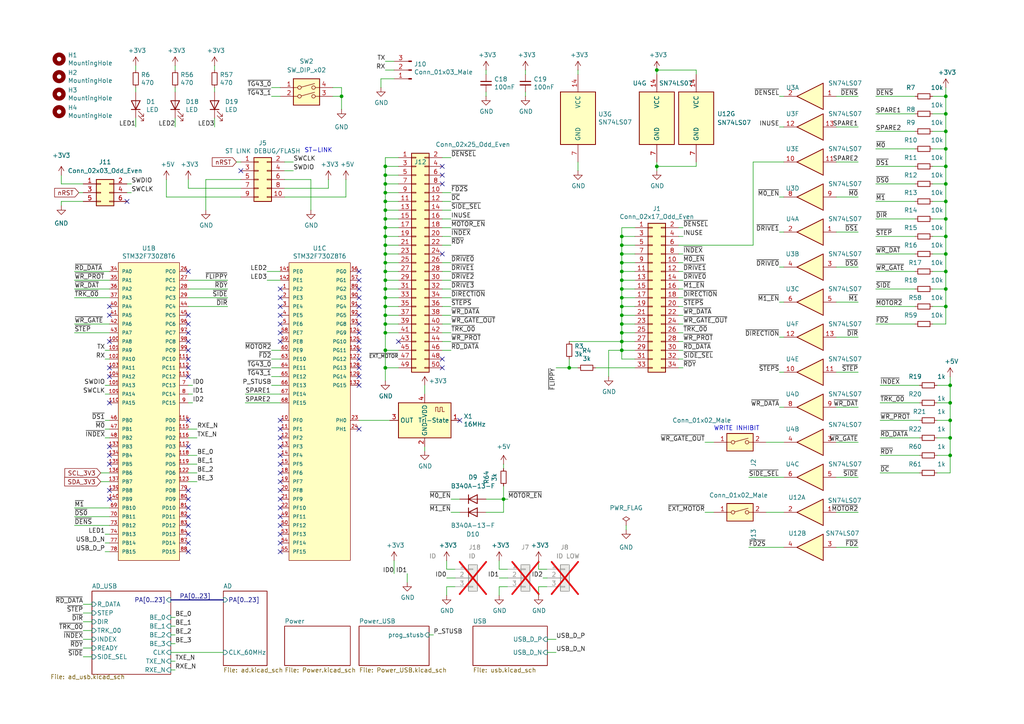
<source format=kicad_sch>
(kicad_sch
	(version 20231120)
	(generator "eeschema")
	(generator_version "8.0")
	(uuid "c1bac86f-cbf6-4c5b-b60d-c26fa73d9c09")
	(paper "A4")
	(title_block
		(title "Greaseweazle F7 Lighting, USB PD")
		(date "2023-08-27")
		(rev "2.04")
		(company "SweProj.com")
	)
	
	(junction
		(at 180.34 96.52)
		(diameter 0)
		(color 0 0 0 0)
		(uuid "01f82238-6335-48fe-8b0a-6853e227345a")
	)
	(junction
		(at 190.5 20.32)
		(diameter 0)
		(color 0 0 0 0)
		(uuid "038eaedb-4e24-4109-961a-e651ae116c40")
	)
	(junction
		(at 111.76 68.58)
		(diameter 0)
		(color 0 0 0 0)
		(uuid "068d7a7a-0f25-4de5-9cb5-2349a9191b50")
	)
	(junction
		(at 180.34 78.74)
		(diameter 0)
		(color 0 0 0 0)
		(uuid "0fc5db66-6188-4c1f-bb14-0868bef113eb")
	)
	(junction
		(at 180.34 73.66)
		(diameter 0)
		(color 0 0 0 0)
		(uuid "10e52e95-44f3-4059-a86d-dcda603e0623")
	)
	(junction
		(at 111.76 58.42)
		(diameter 0)
		(color 0 0 0 0)
		(uuid "1187e9bb-7692-4dd1-9945-e39ef9e5ce5b")
	)
	(junction
		(at 180.34 93.98)
		(diameter 0)
		(color 0 0 0 0)
		(uuid "13bbfffc-affb-4b43-9eb1-f2ed90a8a919")
	)
	(junction
		(at 111.76 53.34)
		(diameter 0)
		(color 0 0 0 0)
		(uuid "14bfaf9f-b822-4cbc-aa30-b927236f307a")
	)
	(junction
		(at 180.34 91.44)
		(diameter 0)
		(color 0 0 0 0)
		(uuid "1ab71a3c-340b-469a-ada5-4f87f0b7b2fa")
	)
	(junction
		(at 180.34 83.82)
		(diameter 0)
		(color 0 0 0 0)
		(uuid "20caf6d2-76a7-497e-ac56-f6d31eb9027b")
	)
	(junction
		(at 274.32 38.1)
		(diameter 0)
		(color 0 0 0 0)
		(uuid "24adc223-60f0-4497-98a3-d664c5a13280")
	)
	(junction
		(at 180.34 71.12)
		(diameter 0)
		(color 0 0 0 0)
		(uuid "252f1275-081d-4d77-8bd5-3b9e6916ef42")
	)
	(junction
		(at 111.76 86.36)
		(diameter 0)
		(color 0 0 0 0)
		(uuid "2c99bd06-59a6-4b07-a512-6528fd43f4dc")
	)
	(junction
		(at 111.76 83.82)
		(diameter 0)
		(color 0 0 0 0)
		(uuid "35b2233e-2f59-44bf-93b3-2716d5b5b514")
	)
	(junction
		(at 111.76 78.74)
		(diameter 0)
		(color 0 0 0 0)
		(uuid "3857167d-f8fc-4da8-b232-a84de78f65eb")
	)
	(junction
		(at 180.34 76.2)
		(diameter 0)
		(color 0 0 0 0)
		(uuid "3c8d03bf-f31d-4aa0-b8db-a227ffd7d8d6")
	)
	(junction
		(at 275.59 111.76)
		(diameter 0)
		(color 0 0 0 0)
		(uuid "44b926bf-8bdd-4191-846d-2dfabab2cecb")
	)
	(junction
		(at 274.32 68.58)
		(diameter 0)
		(color 0 0 0 0)
		(uuid "4bbde53d-6894-4e18-9480-84a6a26d5f6b")
	)
	(junction
		(at 99.06 27.94)
		(diameter 0)
		(color 0 0 0 0)
		(uuid "56ee0ed0-293b-48bb-9d64-787fea15f4f0")
	)
	(junction
		(at 111.76 50.8)
		(diameter 0)
		(color 0 0 0 0)
		(uuid "5c0b1897-8155-4679-9116-805919f75f96")
	)
	(junction
		(at 180.34 86.36)
		(diameter 0)
		(color 0 0 0 0)
		(uuid "62a1f3d4-027d-4ecf-a37a-6fcf4263e9d2")
	)
	(junction
		(at 111.76 106.68)
		(diameter 0)
		(color 0 0 0 0)
		(uuid "6621a5a6-aa7a-4de2-9d29-1b200c13ada9")
	)
	(junction
		(at 111.76 88.9)
		(diameter 0)
		(color 0 0 0 0)
		(uuid "71e2c442-6854-420c-af35-dcfcf83456aa")
	)
	(junction
		(at 274.32 58.42)
		(diameter 0)
		(color 0 0 0 0)
		(uuid "749d9ed0-2ff2-4b55-abc5-f7231ec3aa28")
	)
	(junction
		(at 111.76 76.2)
		(diameter 0)
		(color 0 0 0 0)
		(uuid "7e59628a-e341-44cc-bf0f-f1b798a31f1a")
	)
	(junction
		(at 111.76 101.6)
		(diameter 0)
		(color 0 0 0 0)
		(uuid "7f8cd204-ec07-4f76-9072-92e7ccb38dd1")
	)
	(junction
		(at 111.76 93.98)
		(diameter 0)
		(color 0 0 0 0)
		(uuid "86d01cdf-5357-44e1-88d9-97c064cddc9b")
	)
	(junction
		(at 111.76 71.12)
		(diameter 0)
		(color 0 0 0 0)
		(uuid "8dbd51b4-44a2-4ec8-88cf-49079c3aa71e")
	)
	(junction
		(at 274.32 83.82)
		(diameter 0)
		(color 0 0 0 0)
		(uuid "8e132fa5-bdfc-4702-895c-f050b3490b17")
	)
	(junction
		(at 180.34 101.6)
		(diameter 0)
		(color 0 0 0 0)
		(uuid "8efee08b-b92e-4ba6-8722-c058e18114fe")
	)
	(junction
		(at 274.32 73.66)
		(diameter 0)
		(color 0 0 0 0)
		(uuid "9112ddd5-10d5-48b8-954f-f1d5adcacbd9")
	)
	(junction
		(at 274.32 43.18)
		(diameter 0)
		(color 0 0 0 0)
		(uuid "929a9b03-e99e-4b88-8e16-759f8c6b59a5")
	)
	(junction
		(at 111.76 91.44)
		(diameter 0)
		(color 0 0 0 0)
		(uuid "93d4a801-226a-48d7-8947-f1bfb7b16554")
	)
	(junction
		(at 111.76 81.28)
		(diameter 0)
		(color 0 0 0 0)
		(uuid "964e4e90-e12f-441c-9d6e-816439c420a1")
	)
	(junction
		(at 274.32 33.02)
		(diameter 0)
		(color 0 0 0 0)
		(uuid "98966de3-2364-43d8-a2e0-b03bb9487b03")
	)
	(junction
		(at 180.34 68.58)
		(diameter 0)
		(color 0 0 0 0)
		(uuid "98fe66f3-ec8b-4515-ae34-617f2124a7ec")
	)
	(junction
		(at 111.76 60.96)
		(diameter 0)
		(color 0 0 0 0)
		(uuid "a91cedf1-2089-4c44-9b06-471821937b05")
	)
	(junction
		(at 275.59 127)
		(diameter 0)
		(color 0 0 0 0)
		(uuid "a99390cd-733b-41c3-bfb0-479a5903886b")
	)
	(junction
		(at 322.58 181.61)
		(diameter 0)
		(color 0 0 0 0)
		(uuid "aaa3147a-da4e-4d1b-b79a-3bb1ae73dc8d")
	)
	(junction
		(at 274.32 53.34)
		(diameter 0)
		(color 0 0 0 0)
		(uuid "aadc3df5-0e2d-4f3d-b72e-6f184da74c89")
	)
	(junction
		(at 190.5 48.26)
		(diameter 0)
		(color 0 0 0 0)
		(uuid "ac953236-c736-4bdc-9a62-852402dc754b")
	)
	(junction
		(at 111.76 48.26)
		(diameter 0)
		(color 0 0 0 0)
		(uuid "adc65b09-91c2-4457-8ffe-d57980cf8d73")
	)
	(junction
		(at 274.32 63.5)
		(diameter 0)
		(color 0 0 0 0)
		(uuid "af76ce95-feca-41fb-bf31-edaa26d6766a")
	)
	(junction
		(at 146.05 144.78)
		(diameter 0)
		(color 0 0 0 0)
		(uuid "afacc12f-b097-4001-b889-9e6781913725")
	)
	(junction
		(at 274.32 88.9)
		(diameter 0)
		(color 0 0 0 0)
		(uuid "b79a7d66-d2e6-4c52-b80b-91523fb698dc")
	)
	(junction
		(at 165.1 106.68)
		(diameter 0)
		(color 0 0 0 0)
		(uuid "b854a395-bfc6-4140-9640-75d4f9296771")
	)
	(junction
		(at 111.76 55.88)
		(diameter 0)
		(color 0 0 0 0)
		(uuid "c1f5a21c-f5c2-44b0-9b58-90bde58c0d60")
	)
	(junction
		(at 275.59 121.92)
		(diameter 0)
		(color 0 0 0 0)
		(uuid "c3a69550-c4fa-45d1-9aba-0bba47699cca")
	)
	(junction
		(at 322.58 151.13)
		(diameter 0)
		(color 0 0 0 0)
		(uuid "c452c8bc-ce7a-497f-95ab-d6bff23c1379")
	)
	(junction
		(at 274.32 78.74)
		(diameter 0)
		(color 0 0 0 0)
		(uuid "ca9b74ce-0dee-401c-9544-f599f4cf538d")
	)
	(junction
		(at 275.59 132.08)
		(diameter 0)
		(color 0 0 0 0)
		(uuid "d01935a2-42fa-45ac-a82b-277ed6d20bb6")
	)
	(junction
		(at 274.32 27.94)
		(diameter 0)
		(color 0 0 0 0)
		(uuid "da546d77-4b03-4562-8fc6-837fd68e7691")
	)
	(junction
		(at 322.58 167.64)
		(diameter 0)
		(color 0 0 0 0)
		(uuid "de98e609-6827-4012-8203-c76e338a4e90")
	)
	(junction
		(at 111.76 96.52)
		(diameter 0)
		(color 0 0 0 0)
		(uuid "e30dfecd-d78a-4507-91d6-d47619648416")
	)
	(junction
		(at 180.34 99.06)
		(diameter 0)
		(color 0 0 0 0)
		(uuid "e6d68f56-4a40-4849-b8d1-13d5ca292900")
	)
	(junction
		(at 180.34 81.28)
		(diameter 0)
		(color 0 0 0 0)
		(uuid "f6983918-fe05-46ea-b355-bc522ec53440")
	)
	(junction
		(at 275.59 116.84)
		(diameter 0)
		(color 0 0 0 0)
		(uuid "f7070c76-b83b-43a9-a243-491723819616")
	)
	(junction
		(at 111.76 73.66)
		(diameter 0)
		(color 0 0 0 0)
		(uuid "f70a4a9d-e097-4502-83aa-1f63e074f06b")
	)
	(junction
		(at 111.76 66.04)
		(diameter 0)
		(color 0 0 0 0)
		(uuid "f82dfe8f-ba55-4ab9-a234-6aed39cd6ca4")
	)
	(junction
		(at 111.76 63.5)
		(diameter 0)
		(color 0 0 0 0)
		(uuid "f91c051b-372e-45a5-ac05-790df945f858")
	)
	(junction
		(at 274.32 48.26)
		(diameter 0)
		(color 0 0 0 0)
		(uuid "fc2e9f96-3bed-4896-b995-f56e799f1c77")
	)
	(junction
		(at 180.34 88.9)
		(diameter 0)
		(color 0 0 0 0)
		(uuid "fc4ad874-c922-4070-89f9-7262080469d8")
	)
	(no_connect
		(at 54.61 99.06)
		(uuid "00891494-c03f-4b3e-809a-c84eb0c5ff0a")
	)
	(no_connect
		(at 54.61 104.14)
		(uuid "024b81ed-7ca3-4557-b9fa-075644de96f7")
	)
	(no_connect
		(at 31.75 116.84)
		(uuid "033fb47a-7330-48ce-ac5a-9fe1cb459eaf")
	)
	(no_connect
		(at 81.28 139.7)
		(uuid "08714b46-29ca-4521-9566-29e040fc72cc")
	)
	(no_connect
		(at 104.14 88.9)
		(uuid "1457e8f3-2460-440d-99d3-5b40eac43589")
	)
	(no_connect
		(at 31.75 106.68)
		(uuid "17e5ed96-cc0f-4a4b-a700-6d7ef9acd7bc")
	)
	(no_connect
		(at 54.61 91.44)
		(uuid "1e37fe91-3fc4-40b1-91c4-6c4ee1d6e125")
	)
	(no_connect
		(at 54.61 147.32)
		(uuid "26eae7d0-939e-4b64-91c1-bf55949d2daf")
	)
	(no_connect
		(at 36.83 58.42)
		(uuid "276dd34e-fc62-4ec0-a853-7be08f169b56")
	)
	(no_connect
		(at 31.75 91.44)
		(uuid "2d870741-1f5a-4052-a22e-27571d815352")
	)
	(no_connect
		(at 81.28 86.36)
		(uuid "2da23a18-3300-4252-b484-249181d69530")
	)
	(no_connect
		(at 104.14 86.36)
		(uuid "300c371e-700b-496f-93f0-81a059d70460")
	)
	(no_connect
		(at 81.28 127)
		(uuid "351e7c1c-f640-46bf-817e-0e5f388fa690")
	)
	(no_connect
		(at 81.28 149.86)
		(uuid "36eb8b48-9fc4-4e61-80e9-937649cf4782")
	)
	(no_connect
		(at 69.85 49.53)
		(uuid "37728c8e-efcc-462c-a749-47b6bfcbaf37")
	)
	(no_connect
		(at 104.14 109.22)
		(uuid "3f893e9a-6fe6-4a4b-8258-268ba807dd4c")
	)
	(no_connect
		(at 81.28 91.44)
		(uuid "4247a140-bbc6-42ed-9f12-5207475a1883")
	)
	(no_connect
		(at 81.28 152.4)
		(uuid "42fbbe90-8164-4a79-b8b2-fd21b7d5f65c")
	)
	(no_connect
		(at 31.75 132.08)
		(uuid "44f11401-c761-4962-89ab-032461972a58")
	)
	(no_connect
		(at 31.75 142.24)
		(uuid "491aead6-9c4e-4fe5-aabe-d851483116da")
	)
	(no_connect
		(at 81.28 124.46)
		(uuid "4cd0bd9f-817f-4e73-8746-dcc22ecd24ed")
	)
	(no_connect
		(at 54.61 106.68)
		(uuid "54a777cf-b430-40e0-80a8-8b4acb62f375")
	)
	(no_connect
		(at 54.61 129.54)
		(uuid "5b9a50c7-ecff-4a29-9d0e-23fb747ba498")
	)
	(no_connect
		(at 81.28 144.78)
		(uuid "643273c3-43c9-4ac4-86d8-c6a8eb457c15")
	)
	(no_connect
		(at 104.14 106.68)
		(uuid "65914d90-2ecd-4afd-9dbb-4ff27ca3c0fa")
	)
	(no_connect
		(at 115.57 99.06)
		(uuid "67fcd9eb-62aa-431f-9ca2-402dab24e8c8")
	)
	(no_connect
		(at 104.14 78.74)
		(uuid "6ca02c22-abf9-4e6c-b9b7-6c93ab5b146f")
	)
	(no_connect
		(at 54.61 96.52)
		(uuid "728bfe2b-ac1b-4f98-b4e8-b8663c1887da")
	)
	(no_connect
		(at 54.61 93.98)
		(uuid "732d4189-9cf0-4564-bc31-49f2ca254fbb")
	)
	(no_connect
		(at 340.36 181.61)
		(uuid "73d104d2-1b68-4aec-a28b-cfdb3f61213a")
	)
	(no_connect
		(at 54.61 160.02)
		(uuid "7bc95512-6329-4c23-b758-73f635511d06")
	)
	(no_connect
		(at 81.28 96.52)
		(uuid "7e0a823a-2958-48c8-98d9-efdb7150bb81")
	)
	(no_connect
		(at 31.75 99.06)
		(uuid "826fb3e4-1056-4f5f-956f-254f6941d336")
	)
	(no_connect
		(at 104.14 83.82)
		(uuid "868a3433-d791-484e-9bb1-d9be133b4a21")
	)
	(no_connect
		(at 81.28 157.48)
		(uuid "89315d23-03b7-46b1-81ee-6276bde90a82")
	)
	(no_connect
		(at 81.28 137.16)
		(uuid "8a6dc8e4-8ddd-4bf1-b1ca-0495dd8ae127")
	)
	(no_connect
		(at 54.61 152.4)
		(uuid "8c3e2ea9-ca92-4843-9074-44c21d854982")
	)
	(no_connect
		(at 54.61 142.24)
		(uuid "8f790adc-8b38-4aac-8720-2e2b0dc659aa")
	)
	(no_connect
		(at 133.35 121.92)
		(uuid "93af1374-af56-4fc8-af3f-6c16d61a0b21")
	)
	(no_connect
		(at 81.28 93.98)
		(uuid "93e32358-1bdd-4e24-8b79-9054a0552b8a")
	)
	(no_connect
		(at 81.28 134.62)
		(uuid "94300228-8a6b-43b4-8bd6-fde7b11076c8")
	)
	(no_connect
		(at 104.14 111.76)
		(uuid "970b5190-6039-42f3-9c9c-64c50ef33fc2")
	)
	(no_connect
		(at 104.14 91.44)
		(uuid "994ec659-18e4-41e0-b6f4-15a99d6eabe3")
	)
	(no_connect
		(at 31.75 109.22)
		(uuid "9bf407cf-f06a-48ac-8bea-4b5cfadd1384")
	)
	(no_connect
		(at 128.27 53.34)
		(uuid "9ff8d6a5-7a30-44f2-b99b-6ecde8c232ac")
	)
	(no_connect
		(at 128.27 48.26)
		(uuid "9ff8d6a5-7a30-44f2-b99b-6ecde8c232af")
	)
	(no_connect
		(at 128.27 50.8)
		(uuid "9ff8d6a5-7a30-44f2-b99b-6ecde8c232b0")
	)
	(no_connect
		(at 128.27 106.68)
		(uuid "9ff8d6a5-7a30-44f2-b99b-6ecde8c232b1")
	)
	(no_connect
		(at 128.27 73.66)
		(uuid "9ff8d6a5-7a30-44f2-b99b-6ecde8c232b5")
	)
	(no_connect
		(at 54.61 149.86)
		(uuid "a7128e49-87e5-4854-ba63-ff1d53065189")
	)
	(no_connect
		(at 81.28 147.32)
		(uuid "ab5a8b90-558e-42dc-9b97-c893fb5a2b10")
	)
	(no_connect
		(at 54.61 109.22)
		(uuid "abb7db91-c8d0-49b9-ba9c-db0b048a9efe")
	)
	(no_connect
		(at 54.61 144.78)
		(uuid "ac72df19-9d81-40b9-913f-ca2d4db7827b")
	)
	(no_connect
		(at 54.61 121.92)
		(uuid "ae3b158c-9426-4780-9122-e8d1603ed7e1")
	)
	(no_connect
		(at 104.14 99.06)
		(uuid "ae68231e-4175-4e26-98a5-5fcd909d496b")
	)
	(no_connect
		(at 81.28 132.08)
		(uuid "b0e5a25e-ab68-45e1-b20b-c2a413556c18")
	)
	(no_connect
		(at 31.75 88.9)
		(uuid "b3f21f3f-128c-4e88-bcd2-38f966b77321")
	)
	(no_connect
		(at 54.61 154.94)
		(uuid "b5680de7-ae05-4ffb-b73d-7b0f27073ab6")
	)
	(no_connect
		(at 81.28 160.02)
		(uuid "b8406398-c88b-436a-9dd4-9aaaf6c5a488")
	)
	(no_connect
		(at 81.28 83.82)
		(uuid "bb55aca0-2551-4f41-b493-535b0a8afccc")
	)
	(no_connect
		(at 104.14 124.46)
		(uuid "be021e70-1a5b-4fc4-aa0c-41b42db09350")
	)
	(no_connect
		(at 54.61 157.48)
		(uuid "be98f734-3bc9-4d9c-97e5-20415c91c5d7")
	)
	(no_connect
		(at 339.09 135.89)
		(uuid "bf37fc32-c941-40e2-b925-586b54366ef5")
	)
	(no_connect
		(at 81.28 154.94)
		(uuid "c44eb740-e633-485c-b41b-878872c1f69d")
	)
	(no_connect
		(at 104.14 81.28)
		(uuid "c75b0135-9e9d-4628-9762-267358c3bb33")
	)
	(no_connect
		(at 104.14 93.98)
		(uuid "c9f403fb-ed4d-4b33-adac-b0ef7f0d1d69")
	)
	(no_connect
		(at 104.14 104.14)
		(uuid "cb586b87-68d3-4355-b17f-2e06d5bf0e1d")
	)
	(no_connect
		(at 31.75 144.78)
		(uuid "cc4a2a56-97a6-492d-bc87-2abcaa1e59f5")
	)
	(no_connect
		(at 104.14 101.6)
		(uuid "cd1b4d44-9354-45f7-a49e-7e6ba6548bfd")
	)
	(no_connect
		(at 81.28 142.24)
		(uuid "d006523f-5372-4136-95eb-0454648c416c")
	)
	(no_connect
		(at 104.14 96.52)
		(uuid "d3741fbd-9f9b-42c7-b81f-2926ebc3b2ca")
	)
	(no_connect
		(at 54.61 101.6)
		(uuid "d47d1af6-c1eb-43a3-bb4e-f85f5c891f22")
	)
	(no_connect
		(at 31.75 129.54)
		(uuid "e1a096b2-4e3b-4c20-a010-5831605cd725")
	)
	(no_connect
		(at 340.36 167.64)
		(uuid "e4ca55c7-2c74-4cf4-85da-4f92d95810e6")
	)
	(no_connect
		(at 81.28 129.54)
		(uuid "e4dc41c5-7dc7-4686-9bd0-3571dfbbd23a")
	)
	(no_connect
		(at 81.28 121.92)
		(uuid "ede20bd1-a6ee-466f-a29c-b8d337356dba")
	)
	(no_connect
		(at 128.27 104.14)
		(uuid "f22d03cc-c2bf-4309-a544-5e3bca00213c")
	)
	(no_connect
		(at 31.75 134.62)
		(uuid "f370fbc7-327f-4578-a64e-261caa1f96b9")
	)
	(no_connect
		(at 81.28 99.06)
		(uuid "f3b3c682-3311-4e76-90db-0e5373f40533")
	)
	(no_connect
		(at 340.36 151.13)
		(uuid "f44cafb3-d355-4c35-96bb-7c0e0939e2ba")
	)
	(no_connect
		(at 54.61 78.74)
		(uuid "f78abf3d-5695-4b76-b33f-d959d7b688e7")
	)
	(no_connect
		(at 81.28 88.9)
		(uuid "faa958cd-c104-4993-9160-c571d81aa390")
	)
	(wire
		(pts
			(xy 30.48 101.6) (xy 31.75 101.6)
		)
		(stroke
			(width 0)
			(type default)
		)
		(uuid "000b46d6-b833-4804-8f56-56d539f76d09")
	)
	(wire
		(pts
			(xy 196.85 96.52) (xy 198.12 96.52)
		)
		(stroke
			(width 0)
			(type default)
		)
		(uuid "002da00a-54ae-4887-954f-6f20040cf503")
	)
	(wire
		(pts
			(xy 111.76 66.04) (xy 111.76 68.58)
		)
		(stroke
			(width 0)
			(type default)
		)
		(uuid "01dc798b-4c95-4d40-80b7-aa972004ee44")
	)
	(wire
		(pts
			(xy 190.5 46.99) (xy 190.5 48.26)
		)
		(stroke
			(width 0)
			(type default)
		)
		(uuid "0357dc1e-eca1-402c-b6e6-ca188ae0d497")
	)
	(wire
		(pts
			(xy 255.27 132.08) (xy 266.7 132.08)
		)
		(stroke
			(width 0)
			(type default)
		)
		(uuid "03a8f6c8-9db7-4036-a0c1-67ab981e334c")
	)
	(wire
		(pts
			(xy 78.74 111.76) (xy 81.28 111.76)
		)
		(stroke
			(width 0)
			(type default)
		)
		(uuid "03ae5450-75ed-48d0-afff-f9035bd48752")
	)
	(wire
		(pts
			(xy 129.54 170.18) (xy 132.08 170.18)
		)
		(stroke
			(width 0)
			(type default)
		)
		(uuid "03e48a7d-cbfe-454a-bd5a-26805d2a84ce")
	)
	(wire
		(pts
			(xy 128.27 78.74) (xy 130.81 78.74)
		)
		(stroke
			(width 0)
			(type default)
		)
		(uuid "042b8bea-9219-4f6a-89b3-599bbdfa8b93")
	)
	(wire
		(pts
			(xy 111.76 71.12) (xy 115.57 71.12)
		)
		(stroke
			(width 0)
			(type default)
		)
		(uuid "04d7fd83-a6aa-4987-9e20-3d50c265b831")
	)
	(wire
		(pts
			(xy 242.57 128.27) (xy 248.92 128.27)
		)
		(stroke
			(width 0)
			(type default)
		)
		(uuid "05d3e08e-e1f9-46cf-93d0-836d1306d03a")
	)
	(wire
		(pts
			(xy 111.76 48.26) (xy 115.57 48.26)
		)
		(stroke
			(width 0)
			(type default)
		)
		(uuid "05d6ed65-9b0b-47fc-9d52-3f81dfc32551")
	)
	(wire
		(pts
			(xy 128.27 88.9) (xy 130.81 88.9)
		)
		(stroke
			(width 0)
			(type default)
		)
		(uuid "05e3b151-dc12-4701-912e-3bf8070597d8")
	)
	(wire
		(pts
			(xy 144.78 167.64) (xy 147.32 167.64)
		)
		(stroke
			(width 0)
			(type default)
		)
		(uuid "07a8bb01-512d-4c67-a2c7-12e4b998c5cc")
	)
	(wire
		(pts
			(xy 274.32 83.82) (xy 274.32 78.74)
		)
		(stroke
			(width 0)
			(type default)
		)
		(uuid "099473f1-6598-46ff-a50f-4c520832170d")
	)
	(wire
		(pts
			(xy 128.27 91.44) (xy 130.81 91.44)
		)
		(stroke
			(width 0)
			(type default)
		)
		(uuid "0a1f756a-03ad-48d1-a3cc-07b1e91bf6b5")
	)
	(wire
		(pts
			(xy 180.34 68.58) (xy 180.34 71.12)
		)
		(stroke
			(width 0)
			(type default)
		)
		(uuid "0dfdfa9f-1e3f-4e14-b64b-12bde76a80c7")
	)
	(wire
		(pts
			(xy 184.15 101.6) (xy 180.34 101.6)
		)
		(stroke
			(width 0)
			(type default)
		)
		(uuid "0e249018-17e7-42b3-ae5d-5ebf3ae299ae")
	)
	(wire
		(pts
			(xy 96.52 25.4) (xy 99.06 25.4)
		)
		(stroke
			(width 0)
			(type default)
		)
		(uuid "0ec8848f-4be5-421c-bcfc-a66d819b129d")
	)
	(wire
		(pts
			(xy 190.5 48.26) (xy 190.5 49.53)
		)
		(stroke
			(width 0)
			(type default)
		)
		(uuid "0f25955c-98c9-4155-910c-84a146d805e9")
	)
	(wire
		(pts
			(xy 111.76 91.44) (xy 115.57 91.44)
		)
		(stroke
			(width 0)
			(type default)
		)
		(uuid "105d2701-5e63-4eb3-8241-5608caa465c8")
	)
	(wire
		(pts
			(xy 96.52 27.94) (xy 99.06 27.94)
		)
		(stroke
			(width 0)
			(type default)
		)
		(uuid "114a2768-e1fd-4d16-9d75-a2b2dcf3668d")
	)
	(wire
		(pts
			(xy 100.33 57.15) (xy 100.33 52.07)
		)
		(stroke
			(width 0)
			(type default)
		)
		(uuid "11c7c8d4-4c4b-4330-bb59-1eec2e98b255")
	)
	(wire
		(pts
			(xy 322.58 167.64) (xy 322.58 151.13)
		)
		(stroke
			(width 0)
			(type default)
		)
		(uuid "11d441b0-a202-4188-9b8e-343291147597")
	)
	(wire
		(pts
			(xy 274.32 43.18) (xy 270.51 43.18)
		)
		(stroke
			(width 0)
			(type default)
		)
		(uuid "13ac70df-e9b9-44e5-96e6-20f0b0dc6a3a")
	)
	(wire
		(pts
			(xy 226.06 67.31) (xy 227.33 67.31)
		)
		(stroke
			(width 0)
			(type default)
		)
		(uuid "14064e1b-d8db-4b96-9159-f0491d3e5f02")
	)
	(wire
		(pts
			(xy 184.15 81.28) (xy 180.34 81.28)
		)
		(stroke
			(width 0)
			(type default)
		)
		(uuid "142dd724-2a9f-4eea-ab21-209b1bc7ec65")
	)
	(wire
		(pts
			(xy 180.34 81.28) (xy 180.34 78.74)
		)
		(stroke
			(width 0)
			(type default)
		)
		(uuid "15a82541-58d8-45b5-99c5-fb52e017e3ea")
	)
	(wire
		(pts
			(xy 275.59 111.76) (xy 275.59 109.22)
		)
		(stroke
			(width 0)
			(type default)
		)
		(uuid "1732b93f-cd0e-4ca4-a905-bb406354ca33")
	)
	(wire
		(pts
			(xy 275.59 127) (xy 275.59 121.92)
		)
		(stroke
			(width 0)
			(type default)
		)
		(uuid "17cf1c88-8d51-4538-aa76-e35ac22d0ed0")
	)
	(wire
		(pts
			(xy 218.44 46.99) (xy 227.33 46.99)
		)
		(stroke
			(width 0)
			(type default)
		)
		(uuid "17ed3508-fa2e-4593-a799-bfd39a6cc14d")
	)
	(wire
		(pts
			(xy 49.53 184.15) (xy 50.8 184.15)
		)
		(stroke
			(width 0)
			(type default)
		)
		(uuid "18372a25-ed01-47c8-be92-161857f6e1d7")
	)
	(wire
		(pts
			(xy 270.51 83.82) (xy 274.32 83.82)
		)
		(stroke
			(width 0)
			(type default)
		)
		(uuid "1876c30c-72b2-4a8d-9f32-bf8b213530b4")
	)
	(wire
		(pts
			(xy 24.13 190.5) (xy 26.67 190.5)
		)
		(stroke
			(width 0)
			(type default)
		)
		(uuid "197737a3-f629-4847-a3bd-29bbed8e8513")
	)
	(wire
		(pts
			(xy 128.27 81.28) (xy 130.81 81.28)
		)
		(stroke
			(width 0)
			(type default)
		)
		(uuid "19cc7ff3-acfa-463b-8607-b95c58622a5f")
	)
	(wire
		(pts
			(xy 71.12 114.3) (xy 81.28 114.3)
		)
		(stroke
			(width 0)
			(type default)
		)
		(uuid "1bf7d0f9-0dcf-4d7c-b58c-318e3dc42bc9")
	)
	(wire
		(pts
			(xy 242.57 97.79) (xy 248.92 97.79)
		)
		(stroke
			(width 0)
			(type default)
		)
		(uuid "1c052668-6749-425a-9a77-35f046c8aa39")
	)
	(wire
		(pts
			(xy 129.54 170.18) (xy 129.54 172.72)
		)
		(stroke
			(width 0)
			(type default)
		)
		(uuid "1c24771c-19d1-4407-9c2f-255b7ddf0492")
	)
	(wire
		(pts
			(xy 30.48 157.48) (xy 31.75 157.48)
		)
		(stroke
			(width 0)
			(type default)
		)
		(uuid "1de61170-5337-44c5-ba28-bd477db4bff1")
	)
	(wire
		(pts
			(xy 49.53 191.77) (xy 50.8 191.77)
		)
		(stroke
			(width 0)
			(type default)
		)
		(uuid "1e6339d5-f0ee-4a4b-9faf-4b2631e397d5")
	)
	(wire
		(pts
			(xy 111.76 60.96) (xy 111.76 63.5)
		)
		(stroke
			(width 0)
			(type default)
		)
		(uuid "1f848839-e564-450f-a963-ebf13ca910f5")
	)
	(wire
		(pts
			(xy 30.48 111.76) (xy 31.75 111.76)
		)
		(stroke
			(width 0)
			(type default)
		)
		(uuid "2102c637-9f11-48f1-aae6-b4139dc22be2")
	)
	(wire
		(pts
			(xy 54.61 134.62) (xy 57.15 134.62)
		)
		(stroke
			(width 0)
			(type default)
		)
		(uuid "21768691-1e43-45ea-b868-82651819b936")
	)
	(wire
		(pts
			(xy 54.61 132.08) (xy 57.15 132.08)
		)
		(stroke
			(width 0)
			(type default)
		)
		(uuid "22349afa-99b6-4268-ade5-32f12de232db")
	)
	(wire
		(pts
			(xy 144.78 170.18) (xy 147.32 170.18)
		)
		(stroke
			(width 0)
			(type default)
		)
		(uuid "22b49795-d138-447a-8a67-2f87ad0d4bd4")
	)
	(wire
		(pts
			(xy 36.83 55.88) (xy 38.1 55.88)
		)
		(stroke
			(width 0)
			(type default)
		)
		(uuid "22c1623e-dd8d-428b-b9ae-ebb3a532b396")
	)
	(wire
		(pts
			(xy 128.27 99.06) (xy 130.81 99.06)
		)
		(stroke
			(width 0)
			(type default)
		)
		(uuid "2447f5f1-b3d5-43aa-959f-88436ebed06d")
	)
	(wire
		(pts
			(xy 99.06 25.4) (xy 99.06 27.94)
		)
		(stroke
			(width 0)
			(type default)
		)
		(uuid "2572e34f-bfb2-4fa7-969f-a04e338d6e2f")
	)
	(wire
		(pts
			(xy 50.8 34.29) (xy 50.8 36.83)
		)
		(stroke
			(width 0)
			(type default)
		)
		(uuid "26c1e38c-48b3-4f27-a8c7-57ec4c75372b")
	)
	(wire
		(pts
			(xy 111.76 106.68) (xy 115.57 106.68)
		)
		(stroke
			(width 0)
			(type default)
		)
		(uuid "26f6b829-e63c-496a-b791-5dd68c7ead9d")
	)
	(wire
		(pts
			(xy 30.48 127) (xy 31.75 127)
		)
		(stroke
			(width 0)
			(type default)
		)
		(uuid "270509b6-acc0-472f-b579-2376225aa8f5")
	)
	(wire
		(pts
			(xy 30.48 114.3) (xy 31.75 114.3)
		)
		(stroke
			(width 0)
			(type default)
		)
		(uuid "272c2a78-b5f5-4b61-aed3-ec69e0e92729")
	)
	(wire
		(pts
			(xy 274.32 38.1) (xy 274.32 43.18)
		)
		(stroke
			(width 0)
			(type default)
		)
		(uuid "278a91dc-d57d-4a5c-a045-34b6bd84131f")
	)
	(wire
		(pts
			(xy 274.32 25.4) (xy 274.32 27.94)
		)
		(stroke
			(width 0)
			(type default)
		)
		(uuid "29126f72-63f7-4275-8b12-6b96a71c6f17")
	)
	(wire
		(pts
			(xy 254 53.34) (xy 265.43 53.34)
		)
		(stroke
			(width 0)
			(type default)
		)
		(uuid "291935ec-f8ff-41f0-8717-e68b8af7b8c1")
	)
	(wire
		(pts
			(xy 114.3 162.56) (xy 114.3 166.37)
		)
		(stroke
			(width 0)
			(type default)
		)
		(uuid "291baaf6-406d-492c-8388-51e68532cfbf")
	)
	(wire
		(pts
			(xy 111.76 88.9) (xy 111.76 91.44)
		)
		(stroke
			(width 0)
			(type default)
		)
		(uuid "2b5319a3-2b4f-4c5e-b61e-a7934593e487")
	)
	(wire
		(pts
			(xy 128.27 86.36) (xy 130.81 86.36)
		)
		(stroke
			(width 0)
			(type default)
		)
		(uuid "2b8c6538-2116-4527-a026-b4925dd2ee57")
	)
	(wire
		(pts
			(xy 39.37 25.4) (xy 39.37 26.67)
		)
		(stroke
			(width 0)
			(type default)
		)
		(uuid "2ba25c40-ea42-478e-9150-1d94fa1c8ae9")
	)
	(wire
		(pts
			(xy 274.32 27.94) (xy 274.32 33.02)
		)
		(stroke
			(width 0)
			(type default)
		)
		(uuid "2ea8fa6f-efc3-40fe-bcf9-05bfa46ead4f")
	)
	(wire
		(pts
			(xy 222.25 148.59) (xy 227.33 148.59)
		)
		(stroke
			(width 0)
			(type default)
		)
		(uuid "2ea9f499-4525-405c-b91c-1fb56bb94a98")
	)
	(wire
		(pts
			(xy 271.78 111.76) (xy 275.59 111.76)
		)
		(stroke
			(width 0)
			(type default)
		)
		(uuid "2f0570b6-86da-47a8-9e56-ce60c431c534")
	)
	(wire
		(pts
			(xy 184.15 88.9) (xy 180.34 88.9)
		)
		(stroke
			(width 0)
			(type default)
		)
		(uuid "2f291a4b-4ecb-4692-9ad2-324f9784c0d4")
	)
	(wire
		(pts
			(xy 82.55 57.15) (xy 100.33 57.15)
		)
		(stroke
			(width 0)
			(type default)
		)
		(uuid "300aa512-2f66-4c26-a530-50c091b3a099")
	)
	(wire
		(pts
			(xy 270.51 88.9) (xy 274.32 88.9)
		)
		(stroke
			(width 0)
			(type default)
		)
		(uuid "301fdc43-2f42-4922-967f-6b035d252a52")
	)
	(wire
		(pts
			(xy 78.74 106.68) (xy 81.28 106.68)
		)
		(stroke
			(width 0)
			(type default)
		)
		(uuid "3036ba32-a371-4e05-a934-abb44d31f530")
	)
	(wire
		(pts
			(xy 111.76 73.66) (xy 115.57 73.66)
		)
		(stroke
			(width 0)
			(type default)
		)
		(uuid "3102a495-c747-4ebd-910d-ccca3f28177b")
	)
	(wire
		(pts
			(xy 180.34 91.44) (xy 180.34 88.9)
		)
		(stroke
			(width 0)
			(type default)
		)
		(uuid "319639ae-c2c5-486d-93b1-d03bb1b64252")
	)
	(wire
		(pts
			(xy 111.76 86.36) (xy 111.76 88.9)
		)
		(stroke
			(width 0)
			(type default)
		)
		(uuid "32cfb255-fdbf-4c67-9adf-72dba031ac4d")
	)
	(wire
		(pts
			(xy 190.5 48.26) (xy 201.93 48.26)
		)
		(stroke
			(width 0)
			(type default)
		)
		(uuid "33f65af2-229f-48d0-a083-8523a7ef45cb")
	)
	(wire
		(pts
			(xy 49.53 181.61) (xy 50.8 181.61)
		)
		(stroke
			(width 0)
			(type default)
		)
		(uuid "341ec5b3-c64a-4b70-8a9f-cdadc79f8893")
	)
	(wire
		(pts
			(xy 254 43.18) (xy 265.43 43.18)
		)
		(stroke
			(width 0)
			(type default)
		)
		(uuid "35fb7c56-dc85-43f7-b954-81b8040a8500")
	)
	(wire
		(pts
			(xy 271.78 137.16) (xy 275.59 137.16)
		)
		(stroke
			(width 0)
			(type default)
		)
		(uuid "39137861-8aaf-42fd-84b3-aeb48833f64f")
	)
	(wire
		(pts
			(xy 111.76 101.6) (xy 115.57 101.6)
		)
		(stroke
			(width 0)
			(type default)
		)
		(uuid "395f28d9-5d9e-4a88-b7ad-8a1df4610090")
	)
	(wire
		(pts
			(xy 59.69 52.07) (xy 69.85 52.07)
		)
		(stroke
			(width 0)
			(type default)
		)
		(uuid "39845449-7a31-4262-86b1-e7af14a6659f")
	)
	(wire
		(pts
			(xy 180.34 68.58) (xy 184.15 68.58)
		)
		(stroke
			(width 0)
			(type default)
		)
		(uuid "3a41dd27-ec14-44d5-b505-aad1d829f79a")
	)
	(wire
		(pts
			(xy 184.15 91.44) (xy 180.34 91.44)
		)
		(stroke
			(width 0)
			(type default)
		)
		(uuid "3a70978e-dcc2-4620-a99c-514362812927")
	)
	(wire
		(pts
			(xy 54.61 83.82) (xy 66.04 83.82)
		)
		(stroke
			(width 0)
			(type default)
		)
		(uuid "3b65c51e-c243-447e-bee9-832d94c1630e")
	)
	(wire
		(pts
			(xy 144.78 162.56) (xy 144.78 165.1)
		)
		(stroke
			(width 0)
			(type default)
		)
		(uuid "3c3e06bd-c8bb-4ec8-84e0-f7f9437909b3")
	)
	(wire
		(pts
			(xy 110.49 22.86) (xy 110.49 25.4)
		)
		(stroke
			(width 0)
			(type default)
		)
		(uuid "3c730cb4-4a67-4945-8b18-b9ded2993733")
	)
	(wire
		(pts
			(xy 184.15 83.82) (xy 180.34 83.82)
		)
		(stroke
			(width 0)
			(type default)
		)
		(uuid "3d6cdd62-5634-4e30-acf8-1b9c1dbf6653")
	)
	(wire
		(pts
			(xy 49.53 179.07) (xy 50.8 179.07)
		)
		(stroke
			(width 0)
			(type default)
		)
		(uuid "3db24eb3-cf1d-4362-9d9c-83f79ae00e7a")
	)
	(wire
		(pts
			(xy 17.78 53.34) (xy 24.13 53.34)
		)
		(stroke
			(width 0)
			(type default)
		)
		(uuid "3ec95abd-e81e-441d-9d27-b430f8003396")
	)
	(wire
		(pts
			(xy 129.54 165.1) (xy 132.08 165.1)
		)
		(stroke
			(width 0)
			(type default)
		)
		(uuid "3f1ae028-5eb5-4638-9698-eea3446a90d1")
	)
	(wire
		(pts
			(xy 111.76 58.42) (xy 115.57 58.42)
		)
		(stroke
			(width 0)
			(type default)
		)
		(uuid "3f329a8f-e359-4d98-956d-6a077a40e514")
	)
	(wire
		(pts
			(xy 196.85 86.36) (xy 198.12 86.36)
		)
		(stroke
			(width 0)
			(type default)
		)
		(uuid "3f7513cb-6fe5-481f-8bc3-13eed2580912")
	)
	(wire
		(pts
			(xy 21.59 96.52) (xy 31.75 96.52)
		)
		(stroke
			(width 0)
			(type default)
		)
		(uuid "4160bbf7-ffff-4c5c-a647-5ee58ddecf06")
	)
	(wire
		(pts
			(xy 123.19 111.76) (xy 123.19 114.3)
		)
		(stroke
			(width 0)
			(type default)
		)
		(uuid "41c18011-40db-4384-9ba4-c0158d0d9d6a")
	)
	(wire
		(pts
			(xy 196.85 101.6) (xy 198.12 101.6)
		)
		(stroke
			(width 0)
			(type default)
		)
		(uuid "42157002-33fe-445e-a4bd-20bb05110690")
	)
	(wire
		(pts
			(xy 77.47 78.74) (xy 81.28 78.74)
		)
		(stroke
			(width 0)
			(type default)
		)
		(uuid "425a7abb-aebc-498d-bdbc-6f248aae7970")
	)
	(wire
		(pts
			(xy 158.75 185.42) (xy 161.29 185.42)
		)
		(stroke
			(width 0)
			(type default)
		)
		(uuid "42b61d5b-39d6-462b-b2cc-57656078085f")
	)
	(wire
		(pts
			(xy 114.3 20.32) (xy 111.76 20.32)
		)
		(stroke
			(width 0)
			(type default)
		)
		(uuid "42bd0f96-a831-406e-abb7-03ed1bbd785f")
	)
	(wire
		(pts
			(xy 322.58 135.89) (xy 323.85 135.89)
		)
		(stroke
			(width 0)
			(type default)
		)
		(uuid "43fd23d8-e01b-4347-8898-93cfee128ac4")
	)
	(wire
		(pts
			(xy 99.06 27.94) (xy 99.06 31.75)
		)
		(stroke
			(width 0)
			(type default)
		)
		(uuid "460a89a1-c9e5-44e6-806f-b581d43ece37")
	)
	(wire
		(pts
			(xy 274.32 33.02) (xy 274.32 38.1)
		)
		(stroke
			(width 0)
			(type default)
		)
		(uuid "4641c87c-bffa-41fe-ae77-be3a97a6f797")
	)
	(wire
		(pts
			(xy 82.55 54.61) (xy 95.25 54.61)
		)
		(stroke
			(width 0)
			(type default)
		)
		(uuid "46491a9d-8b3d-4c74-b09a-70c876f162e5")
	)
	(wire
		(pts
			(xy 156.21 165.1) (xy 158.75 165.1)
		)
		(stroke
			(width 0)
			(type default)
		)
		(uuid "4888c330-f8fa-492d-aa6f-da06d2350187")
	)
	(wire
		(pts
			(xy 156.21 162.56) (xy 156.21 165.1)
		)
		(stroke
			(width 0)
			(type default)
		)
		(uuid "48c34b19-0b1a-4994-ab08-825d4c2b7c6b")
	)
	(wire
		(pts
			(xy 111.76 73.66) (xy 111.76 76.2)
		)
		(stroke
			(width 0)
			(type default)
		)
		(uuid "4905470f-e5d5-44e9-bdea-3395fa3a3921")
	)
	(wire
		(pts
			(xy 255.27 127) (xy 266.7 127)
		)
		(stroke
			(width 0)
			(type default)
		)
		(uuid "49488c82-6277-4d05-a051-6a9df142c373")
	)
	(wire
		(pts
			(xy 254 58.42) (xy 265.43 58.42)
		)
		(stroke
			(width 0)
			(type default)
		)
		(uuid "49a65079-57a9-46fc-8711-1d7f2cab8dbf")
	)
	(wire
		(pts
			(xy 30.48 160.02) (xy 31.75 160.02)
		)
		(stroke
			(width 0)
			(type default)
		)
		(uuid "49b5f540-e128-4e08-bb09-f321f8e64056")
	)
	(wire
		(pts
			(xy 128.27 83.82) (xy 130.81 83.82)
		)
		(stroke
			(width 0)
			(type default)
		)
		(uuid "4a27fa9a-ed71-46a3-86e4-ceb57078a6b5")
	)
	(wire
		(pts
			(xy 274.32 88.9) (xy 274.32 83.82)
		)
		(stroke
			(width 0)
			(type default)
		)
		(uuid "4c3375fc-4697-4e3a-8fd5-b221cdb17a69")
	)
	(wire
		(pts
			(xy 274.32 38.1) (xy 270.51 38.1)
		)
		(stroke
			(width 0)
			(type default)
		)
		(uuid "4cc0e615-05a0-4f42-a208-4011ba8ef841")
	)
	(wire
		(pts
			(xy 111.76 55.88) (xy 111.76 58.42)
		)
		(stroke
			(width 0)
			(type default)
		)
		(uuid "4cdd7089-c144-4631-a49d-c738e3706227")
	)
	(wire
		(pts
			(xy 274.32 58.42) (xy 274.32 53.34)
		)
		(stroke
			(width 0)
			(type default)
		)
		(uuid "4cfd9a02-97ef-4af4-a6b8-db9be1a8fda5")
	)
	(wire
		(pts
			(xy 78.74 104.14) (xy 81.28 104.14)
		)
		(stroke
			(width 0)
			(type default)
		)
		(uuid "4d34d149-b600-40c6-8b33-a7f356b7cc78")
	)
	(wire
		(pts
			(xy 196.85 91.44) (xy 198.12 91.44)
		)
		(stroke
			(width 0)
			(type default)
		)
		(uuid "4e563ce6-c7b9-4224-ace7-42cd7b117034")
	)
	(wire
		(pts
			(xy 254 38.1) (xy 265.43 38.1)
		)
		(stroke
			(width 0)
			(type default)
		)
		(uuid "4e677390-a246-4ca0-954c-746e0870f88f")
	)
	(wire
		(pts
			(xy 146.05 134.62) (xy 146.05 135.89)
		)
		(stroke
			(width 0)
			(type default)
		)
		(uuid "4fa74df1-ebd8-46ed-bf5b-d6c582baafde")
	)
	(wire
		(pts
			(xy 50.8 25.4) (xy 50.8 26.67)
		)
		(stroke
			(width 0)
			(type default)
		)
		(uuid "524b8586-d4c4-49d6-bf11-f1ed191ca383")
	)
	(wire
		(pts
			(xy 176.53 101.6) (xy 176.53 109.22)
		)
		(stroke
			(width 0)
			(type default)
		)
		(uuid "52a8f1be-73ca-41a8-bc24-2320706b0ec1")
	)
	(wire
		(pts
			(xy 140.97 26.67) (xy 140.97 27.94)
		)
		(stroke
			(width 0)
			(type default)
		)
		(uuid "53719fc4-141e-4c58-98cd-ab3bf9a4e1c0")
	)
	(wire
		(pts
			(xy 270.51 68.58) (xy 274.32 68.58)
		)
		(stroke
			(width 0)
			(type default)
		)
		(uuid "54ed3ee1-891b-418e-ab9c-6a18747d7388")
	)
	(wire
		(pts
			(xy 31.75 152.4) (xy 21.59 152.4)
		)
		(stroke
			(width 0)
			(type default)
		)
		(uuid "5576cd03-3bad-40c5-9316-1d286895d52a")
	)
	(wire
		(pts
			(xy 144.78 165.1) (xy 147.32 165.1)
		)
		(stroke
			(width 0)
			(type default)
		)
		(uuid "559e1426-1fb6-47d1-a873-ab4aaa368ae6")
	)
	(wire
		(pts
			(xy 114.3 17.78) (xy 111.76 17.78)
		)
		(stroke
			(width 0)
			(type default)
		)
		(uuid "57543893-39bf-4d83-b4e0-8d020b4a6d48")
	)
	(wire
		(pts
			(xy 274.32 93.98) (xy 274.32 88.9)
		)
		(stroke
			(width 0)
			(type default)
		)
		(uuid "576510e4-d7fc-4c37-b6c9-7fef8d7ff1a1")
	)
	(wire
		(pts
			(xy 322.58 151.13) (xy 322.58 135.89)
		)
		(stroke
			(width 0)
			(type default)
		)
		(uuid "579406a4-9d33-4a4f-8b42-676c1ba071b4")
	)
	(wire
		(pts
			(xy 62.23 25.4) (xy 62.23 26.67)
		)
		(stroke
			(width 0)
			(type default)
		)
		(uuid "57bd445a-35d5-43d1-a464-f7c4104f070b")
	)
	(wire
		(pts
			(xy 275.59 116.84) (xy 275.59 111.76)
		)
		(stroke
			(width 0)
			(type default)
		)
		(uuid "58126faf-01a4-4f91-8e8c-ca9e47b48048")
	)
	(wire
		(pts
			(xy 254 83.82) (xy 265.43 83.82)
		)
		(stroke
			(width 0)
			(type default)
		)
		(uuid "58cc7831-f944-4d33-8c61-2fd5bebc61e0")
	)
	(wire
		(pts
			(xy 110.49 22.86) (xy 114.3 22.86)
		)
		(stroke
			(width 0)
			(type default)
		)
		(uuid "5a1206bb-ec52-42b0-9b73-30ee8aafb16c")
	)
	(wire
		(pts
			(xy 111.76 96.52) (xy 111.76 101.6)
		)
		(stroke
			(width 0)
			(type default)
		)
		(uuid "5a498b94-152d-4c3c-b168-67379cce2165")
	)
	(wire
		(pts
			(xy 167.64 20.32) (xy 167.64 21.59)
		)
		(stroke
			(width 0)
			(type default)
		)
		(uuid "5b70b09b-6762-4725-9d48-805300c0bdc8")
	)
	(wire
		(pts
			(xy 21.59 93.98) (xy 31.75 93.98)
		)
		(stroke
			(width 0)
			(type default)
		)
		(uuid "5bab6a37-1fdf-4cf8-b571-44c962ed86e9")
	)
	(wire
		(pts
			(xy 196.85 81.28) (xy 198.12 81.28)
		)
		(stroke
			(width 0)
			(type default)
		)
		(uuid "5c72c984-d4a8-4f48-9a7a-2aa9b6284609")
	)
	(wire
		(pts
			(xy 322.58 186.69) (xy 322.58 181.61)
		)
		(stroke
			(width 0)
			(type default)
		)
		(uuid "5cdbd7a8-b536-47a1-8702-c5a4e0d3817a")
	)
	(wire
		(pts
			(xy 140.97 144.78) (xy 146.05 144.78)
		)
		(stroke
			(width 0)
			(type default)
		)
		(uuid "5e34b255-874b-4b5f-a1f3-79e323d9278a")
	)
	(wire
		(pts
			(xy 111.76 76.2) (xy 111.76 78.74)
		)
		(stroke
			(width 0)
			(type default)
		)
		(uuid "5f2e9c21-b36e-4432-b901-39c98c054570")
	)
	(wire
		(pts
			(xy 128.27 101.6) (xy 130.81 101.6)
		)
		(stroke
			(width 0)
			(type default)
		)
		(uuid "5fe9a8c1-579e-4b33-a28f-2287de31bc8f")
	)
	(wire
		(pts
			(xy 204.47 128.27) (xy 207.01 128.27)
		)
		(stroke
			(width 0)
			(type default)
		)
		(uuid "60a6b889-b680-4b8b-8f73-0633fe94c5ba")
	)
	(wire
		(pts
			(xy 111.76 86.36) (xy 115.57 86.36)
		)
		(stroke
			(width 0)
			(type default)
		)
		(uuid "6123de74-e7fc-4738-8ff4-abd5233ea3f0")
	)
	(wire
		(pts
			(xy 196.85 83.82) (xy 198.12 83.82)
		)
		(stroke
			(width 0)
			(type default)
		)
		(uuid "61447001-96f3-4ac4-a932-91f733b21544")
	)
	(wire
		(pts
			(xy 21.59 83.82) (xy 31.75 83.82)
		)
		(stroke
			(width 0)
			(type default)
		)
		(uuid "6150c02b-beb5-4af1-951e-3666a285a6ea")
	)
	(wire
		(pts
			(xy 196.85 104.14) (xy 198.12 104.14)
		)
		(stroke
			(width 0)
			(type default)
		)
		(uuid "620d0d18-5248-4410-bb06-dea084235707")
	)
	(wire
		(pts
			(xy 180.34 73.66) (xy 184.15 73.66)
		)
		(stroke
			(width 0)
			(type default)
		)
		(uuid "62e8c4d4-266c-4e53-8981-1028251d724c")
	)
	(wire
		(pts
			(xy 274.32 48.26) (xy 270.51 48.26)
		)
		(stroke
			(width 0)
			(type default)
		)
		(uuid "631c7be5-8dc2-4df4-ab73-737bb928e763")
	)
	(wire
		(pts
			(xy 165.1 104.14) (xy 165.1 106.68)
		)
		(stroke
			(width 0)
			(type default)
		)
		(uuid "633292d3-80c5-4986-be82-ce926e9f09f4")
	)
	(wire
		(pts
			(xy 180.34 101.6) (xy 180.34 99.06)
		)
		(stroke
			(width 0)
			(type default)
		)
		(uuid "63489ebf-0f52-43a6-a0ab-158b1a7d4988")
	)
	(wire
		(pts
			(xy 254 27.94) (xy 265.43 27.94)
		)
		(stroke
			(width 0)
			(type default)
		)
		(uuid "637e9edf-ffed-49a2-8408-fa110c9a4c79")
	)
	(wire
		(pts
			(xy 226.06 77.47) (xy 227.33 77.47)
		)
		(stroke
			(width 0)
			(type default)
		)
		(uuid "643a0e14-1c81-4883-9037-039c243acc5c")
	)
	(wire
		(pts
			(xy 111.76 50.8) (xy 115.57 50.8)
		)
		(stroke
			(width 0)
			(type default)
		)
		(uuid "649fe687-776d-40a8-8956-cf56be8678e1")
	)
	(wire
		(pts
			(xy 54.61 54.61) (xy 69.85 54.61)
		)
		(stroke
			(width 0)
			(type default)
		)
		(uuid "64d1d0fe-4fd6-4a55-8314-56a651e1ccab")
	)
	(wire
		(pts
			(xy 196.85 76.2) (xy 198.12 76.2)
		)
		(stroke
			(width 0)
			(type default)
		)
		(uuid "663516d2-919a-4a92-bdfb-fab0b7a33e92")
	)
	(wire
		(pts
			(xy 196.85 99.06) (xy 198.12 99.06)
		)
		(stroke
			(width 0)
			(type default)
		)
		(uuid "67a1fd0f-c6b9-418a-9ac2-ba2714d5c115")
	)
	(wire
		(pts
			(xy 128.27 66.04) (xy 130.81 66.04)
		)
		(stroke
			(width 0)
			(type default)
		)
		(uuid "6807b074-032b-4c51-b22d-e941de673402")
	)
	(wire
		(pts
			(xy 24.13 175.26) (xy 26.67 175.26)
		)
		(stroke
			(width 0)
			(type default)
		)
		(uuid "68191023-0d18-4f99-a293-00db5ad9e7a0")
	)
	(wire
		(pts
			(xy 111.76 91.44) (xy 111.76 93.98)
		)
		(stroke
			(width 0)
			(type default)
		)
		(uuid "6823c850-9a49-4624-92ab-0fa22f6fef1e")
	)
	(wire
		(pts
			(xy 128.27 58.42) (xy 130.81 58.42)
		)
		(stroke
			(width 0)
			(type default)
		)
		(uuid "692165ae-3334-4d40-a34f-38277ee462be")
	)
	(wire
		(pts
			(xy 54.61 124.46) (xy 57.15 124.46)
		)
		(stroke
			(width 0)
			(type default)
		)
		(uuid "6a70becb-201a-40d0-89c1-812e1e681e52")
	)
	(wire
		(pts
			(xy 254 68.58) (xy 265.43 68.58)
		)
		(stroke
			(width 0)
			(type default)
		)
		(uuid "6ae963fb-e34f-4e11-9adf-78839a5b2ef1")
	)
	(wire
		(pts
			(xy 180.34 73.66) (xy 180.34 76.2)
		)
		(stroke
			(width 0)
			(type default)
		)
		(uuid "6b91a3ee-fdcd-4bfe-ad57-c8d5ea9903a8")
	)
	(wire
		(pts
			(xy 242.57 118.11) (xy 248.92 118.11)
		)
		(stroke
			(width 0)
			(type default)
		)
		(uuid "6bd46644-7209-4d4d-acd8-f4c0d045bc61")
	)
	(wire
		(pts
			(xy 274.32 43.18) (xy 274.32 48.26)
		)
		(stroke
			(width 0)
			(type default)
		)
		(uuid "6d2a06fb-0b1e-452a-ab38-11a5f45e1b32")
	)
	(wire
		(pts
			(xy 49.53 194.31) (xy 50.8 194.31)
		)
		(stroke
			(width 0)
			(type default)
		)
		(uuid "6e6b92ab-7f1b-4573-8552-037452a50e96")
	)
	(wire
		(pts
			(xy 156.21 170.18) (xy 158.75 170.18)
		)
		(stroke
			(width 0)
			(type default)
		)
		(uuid "6f5a9f10-1b2c-4916-b4e5-cb5bd0f851a0")
	)
	(wire
		(pts
			(xy 31.75 78.74) (xy 21.59 78.74)
		)
		(stroke
			(width 0)
			(type default)
		)
		(uuid "706c1cb9-5d96-4282-9efc-6147f0125147")
	)
	(wire
		(pts
			(xy 226.06 57.15) (xy 227.33 57.15)
		)
		(stroke
			(width 0)
			(type default)
		)
		(uuid "709b97c7-c0c7-478c-bd89-4135c69c0161")
	)
	(wire
		(pts
			(xy 24.13 187.96) (xy 26.67 187.96)
		)
		(stroke
			(width 0)
			(type default)
		)
		(uuid "70a2e356-245d-4d32-a1fc-9371f952d347")
	)
	(wire
		(pts
			(xy 54.61 52.07) (xy 54.61 54.61)
		)
		(stroke
			(width 0)
			(type default)
		)
		(uuid "70cda344-73be-4466-a097-1fd56f3b19e2")
	)
	(wire
		(pts
			(xy 128.27 60.96) (xy 130.81 60.96)
		)
		(stroke
			(width 0)
			(type default)
		)
		(uuid "71deed4a-3525-41c7-864c-419bd64a18d8")
	)
	(wire
		(pts
			(xy 217.17 138.43) (xy 227.33 138.43)
		)
		(stroke
			(width 0)
			(type default)
		)
		(uuid "71ee0878-3a21-46c5-9585-084073e61e46")
	)
	(wire
		(pts
			(xy 184.15 99.06) (xy 180.34 99.06)
		)
		(stroke
			(width 0)
			(type default)
		)
		(uuid "71f8d568-0f23-4ff2-8e60-1600ce517a48")
	)
	(wire
		(pts
			(xy 54.61 88.9) (xy 66.04 88.9)
		)
		(stroke
			(width 0)
			(type default)
		)
		(uuid "722636b6-8ff0-452f-9357-23deb317d921")
	)
	(wire
		(pts
			(xy 54.61 111.76) (xy 55.88 111.76)
		)
		(stroke
			(width 0)
			(type default)
		)
		(uuid "7273dd21-e834-41d3-b279-d7de727709ca")
	)
	(wire
		(pts
			(xy 111.76 78.74) (xy 111.76 81.28)
		)
		(stroke
			(width 0)
			(type default)
		)
		(uuid "732adcdb-5400-4b48-b390-9c07efe3787d")
	)
	(wire
		(pts
			(xy 111.76 68.58) (xy 111.76 71.12)
		)
		(stroke
			(width 0)
			(type default)
		)
		(uuid "73c09a8e-334a-415d-8fcf-2f80e5530386")
	)
	(wire
		(pts
			(xy 254 48.26) (xy 265.43 48.26)
		)
		(stroke
			(width 0)
			(type default)
		)
		(uuid "73ee7e03-97a8-4121-b568-c25f3934a935")
	)
	(wire
		(pts
			(xy 184.15 78.74) (xy 180.34 78.74)
		)
		(stroke
			(width 0)
			(type default)
		)
		(uuid "74f5ec08-7600-4a0b-a9e4-aae29f9ea08a")
	)
	(wire
		(pts
			(xy 270.51 58.42) (xy 274.32 58.42)
		)
		(stroke
			(width 0)
			(type default)
		)
		(uuid "751d823e-1d7b-4501-9658-d06d459b0e16")
	)
	(wire
		(pts
			(xy 111.76 58.42) (xy 111.76 60.96)
		)
		(stroke
			(width 0)
			(type default)
		)
		(uuid "7555990b-6425-4e86-89df-79d641461153")
	)
	(wire
		(pts
			(xy 180.34 86.36) (xy 180.34 83.82)
		)
		(stroke
			(width 0)
			(type default)
		)
		(uuid "759788bd-3cb9-4d38-b58c-5cb10b7dca6b")
	)
	(wire
		(pts
			(xy 165.1 99.06) (xy 180.34 99.06)
		)
		(stroke
			(width 0)
			(type default)
		)
		(uuid "7744b6ee-910d-401d-b730-65c35d3d8092")
	)
	(wire
		(pts
			(xy 111.76 45.72) (xy 111.76 48.26)
		)
		(stroke
			(width 0)
			(type default)
		)
		(uuid "79418ab7-d09c-4c13-9426-59e88a9a6e18")
	)
	(wire
		(pts
			(xy 111.76 68.58) (xy 115.57 68.58)
		)
		(stroke
			(width 0)
			(type default)
		)
		(uuid "7ad6872e-544b-496c-b63f-ef820d73efe1")
	)
	(wire
		(pts
			(xy 78.74 109.22) (xy 81.28 109.22)
		)
		(stroke
			(width 0)
			(type default)
		)
		(uuid "7b70c41a-7204-4f10-80ea-4ef9a4ee9e3f")
	)
	(wire
		(pts
			(xy 180.34 99.06) (xy 180.34 96.52)
		)
		(stroke
			(width 0)
			(type default)
		)
		(uuid "7c00778a-4692-4f9b-87d5-2d355077ce1e")
	)
	(wire
		(pts
			(xy 180.34 104.14) (xy 180.34 101.6)
		)
		(stroke
			(width 0)
			(type default)
		)
		(uuid "7db990e4-92e1-4f99-b4d2-435bbec1ba83")
	)
	(wire
		(pts
			(xy 190.5 20.32) (xy 190.5 21.59)
		)
		(stroke
			(width 0)
			(type default)
		)
		(uuid "7e1521c0-1aa4-4e4b-8f13-5cece629442a")
	)
	(wire
		(pts
			(xy 128.27 76.2) (xy 130.81 76.2)
		)
		(stroke
			(width 0)
			(type default)
		)
		(uuid "7e4acdae-bb82-4c28-bdbc-521d32bd98f8")
	)
	(wire
		(pts
			(xy 271.78 132.08) (xy 275.59 132.08)
		)
		(stroke
			(width 0)
			(type default)
		)
		(uuid "7e57f5d9-3fed-4583-bf87-2c0c55aeae07")
	)
	(wire
		(pts
			(xy 322.58 167.64) (xy 325.12 167.64)
		)
		(stroke
			(width 0)
			(type default)
		)
		(uuid "7e769308-23f4-4e68-a5f3-6b36ab13ad91")
	)
	(wire
		(pts
			(xy 118.11 166.37) (xy 118.11 168.91)
		)
		(stroke
			(width 0)
			(type default)
		)
		(uuid "80a0ec3e-8559-4e62-8a7d-014f201a8630")
	)
	(wire
		(pts
			(xy 82.55 49.53) (xy 85.09 49.53)
		)
		(stroke
			(width 0)
			(type default)
		)
		(uuid "80f8c1b4-10dd-40fe-b7f7-67988bc3ad81")
	)
	(wire
		(pts
			(xy 255.27 137.16) (xy 266.7 137.16)
		)
		(stroke
			(width 0)
			(type default)
		)
		(uuid "815684dc-b831-445f-8b9e-8def10b32a28")
	)
	(wire
		(pts
			(xy 111.76 66.04) (xy 115.57 66.04)
		)
		(stroke
			(width 0)
			(type default)
		)
		(uuid "81942b2b-e9f9-4911-a8e1-de17115edd34")
	)
	(wire
		(pts
			(xy 254 88.9) (xy 265.43 88.9)
		)
		(stroke
			(width 0)
			(type default)
		)
		(uuid "82f56090-156d-4372-9dfe-19876186902b")
	)
	(wire
		(pts
			(xy 226.06 36.83) (xy 227.33 36.83)
		)
		(stroke
			(width 0)
			(type default)
		)
		(uuid "830f705c-6254-4bfd-97c9-b4a49db1c87a")
	)
	(wire
		(pts
			(xy 111.76 60.96) (xy 115.57 60.96)
		)
		(stroke
			(width 0)
			(type default)
		)
		(uuid "83a028cb-daf6-43c6-bb0d-a9bb6cd2a863")
	)
	(wire
		(pts
			(xy 322.58 181.61) (xy 322.58 167.64)
		)
		(stroke
			(width 0)
			(type default)
		)
		(uuid "83e5bdd3-f4cb-4a24-a9fc-cdcd0959936e")
	)
	(wire
		(pts
			(xy 146.05 148.59) (xy 146.05 144.78)
		)
		(stroke
			(width 0)
			(type default)
		)
		(uuid "84544935-1faf-4126-88f6-e96cd0681253")
	)
	(wire
		(pts
			(xy 196.85 93.98) (xy 198.12 93.98)
		)
		(stroke
			(width 0)
			(type default)
		)
		(uuid "84573600-cda0-4425-92c4-d7541d59592f")
	)
	(wire
		(pts
			(xy 111.76 81.28) (xy 115.57 81.28)
		)
		(stroke
			(width 0)
			(type default)
		)
		(uuid "84eb08f1-0a1f-4d6f-8c5c-d15a819ccdd5")
	)
	(wire
		(pts
			(xy 36.83 53.34) (xy 38.1 53.34)
		)
		(stroke
			(width 0)
			(type default)
		)
		(uuid "85ccc615-869a-4036-82a2-a7ac8bd5531a")
	)
	(wire
		(pts
			(xy 49.53 186.69) (xy 50.8 186.69)
		)
		(stroke
			(width 0)
			(type default)
		)
		(uuid "86bc49f4-68c7-472b-a547-30f1290af584")
	)
	(wire
		(pts
			(xy 140.97 20.32) (xy 140.97 21.59)
		)
		(stroke
			(width 0)
			(type default)
		)
		(uuid "8765371a-21c2-4fe3-a3af-88f5eb1f02a0")
	)
	(wire
		(pts
			(xy 254 63.5) (xy 265.43 63.5)
		)
		(stroke
			(width 0)
			(type default)
		)
		(uuid "87ba184f-bff5-4989-8217-6af375cc3dd8")
	)
	(wire
		(pts
			(xy 29.21 139.7) (xy 31.75 139.7)
		)
		(stroke
			(width 0)
			(type default)
		)
		(uuid "882df9ad-66f3-46c7-91fc-7f2395f63581")
	)
	(wire
		(pts
			(xy 82.55 46.99) (xy 85.09 46.99)
		)
		(stroke
			(width 0)
			(type default)
		)
		(uuid "883105b0-f6a6-466b-ba58-a2fcc1f18e4b")
	)
	(wire
		(pts
			(xy 54.61 86.36) (xy 66.04 86.36)
		)
		(stroke
			(width 0)
			(type default)
		)
		(uuid "88deea08-baa5-4041-beb7-01c299cf00e6")
	)
	(bus
		(pts
			(xy 49.53 173.99) (xy 64.77 173.99)
		)
		(stroke
			(width 0)
			(type default)
		)
		(uuid "8a5d3cc0-5e58-4772-b8ed-616d461ac222")
	)
	(wire
		(pts
			(xy 104.14 121.92) (xy 113.03 121.92)
		)
		(stroke
			(width 0)
			(type default)
		)
		(uuid "8a8ab9d8-b8d7-4bb4-a217-42d273c00eb7")
	)
	(wire
		(pts
			(xy 274.32 63.5) (xy 274.32 58.42)
		)
		(stroke
			(width 0)
			(type default)
		)
		(uuid "8a8c373f-9bc3-4cf7-8f41-4802da916698")
	)
	(wire
		(pts
			(xy 201.93 20.32) (xy 201.93 21.59)
		)
		(stroke
			(width 0)
			(type default)
		)
		(uuid "8bd4a633-08ca-4485-909c-5ad03ba300f8")
	)
	(wire
		(pts
			(xy 115.57 45.72) (xy 111.76 45.72)
		)
		(stroke
			(width 0)
			(type default)
		)
		(uuid "8eaf6a06-4675-4396-80ad-3f0aec3cf44d")
	)
	(wire
		(pts
			(xy 111.76 93.98) (xy 111.76 96.52)
		)
		(stroke
			(width 0)
			(type default)
		)
		(uuid "8f73769d-d6ee-4481-af51-f24a2b202099")
	)
	(wire
		(pts
			(xy 157.48 167.64) (xy 158.75 167.64)
		)
		(stroke
			(width 0)
			(type default)
		)
		(uuid "8ff8ff6e-d217-46cc-b48c-9a03cdac2032")
	)
	(wire
		(pts
			(xy 24.13 182.88) (xy 26.67 182.88)
		)
		(stroke
			(width 0)
			(type default)
		)
		(uuid "90358cb2-bdb6-48de-8f7b-fde76fb4cd36")
	)
	(wire
		(pts
			(xy 111.76 50.8) (xy 111.76 53.34)
		)
		(stroke
			(width 0)
			(type default)
		)
		(uuid "911422e1-2c1b-4b48-98bf-1cfa390d5967")
	)
	(wire
		(pts
			(xy 111.76 83.82) (xy 111.76 86.36)
		)
		(stroke
			(width 0)
			(type default)
		)
		(uuid "915cd6f0-d23f-4be4-a6bd-9624a37012b0")
	)
	(wire
		(pts
			(xy 218.44 46.99) (xy 218.44 71.12)
		)
		(stroke
			(width 0)
			(type default)
		)
		(uuid "91e3f3ca-cb21-4408-bd7a-6c9e6e118ee2")
	)
	(wire
		(pts
			(xy 71.12 116.84) (xy 81.28 116.84)
		)
		(stroke
			(width 0)
			(type default)
		)
		(uuid "9208ea78-8dde-4b3d-91e9-5755ab5efd9a")
	)
	(wire
		(pts
			(xy 270.51 63.5) (xy 274.32 63.5)
		)
		(stroke
			(width 0)
			(type default)
		)
		(uuid "92761c09-a591-4c8e-af4d-e0e2262cb01d")
	)
	(wire
		(pts
			(xy 31.75 86.36) (xy 21.59 86.36)
		)
		(stroke
			(width 0)
			(type default)
		)
		(uuid "93ac15d8-5f91-4361-acff-be4992b93b51")
	)
	(wire
		(pts
			(xy 222.25 128.27) (xy 227.33 128.27)
		)
		(stroke
			(width 0)
			(type default)
		)
		(uuid "93fce3d9-6366-4fd6-9cb4-5dea61c5fc4f")
	)
	(wire
		(pts
			(xy 24.13 177.8) (xy 26.67 177.8)
		)
		(stroke
			(width 0)
			(type default)
		)
		(uuid "94dbbf07-776e-489c-bf10-aad9fddb4b70")
	)
	(wire
		(pts
			(xy 50.8 19.05) (xy 50.8 20.32)
		)
		(stroke
			(width 0)
			(type default)
		)
		(uuid "95703953-ee1c-4b32-8e56-946e244f81a9")
	)
	(wire
		(pts
			(xy 196.85 68.58) (xy 198.12 68.58)
		)
		(stroke
			(width 0)
			(type default)
		)
		(uuid "9628da2d-251a-42dd-b606-c284cad02d89")
	)
	(wire
		(pts
			(xy 21.59 149.86) (xy 31.75 149.86)
		)
		(stroke
			(width 0)
			(type default)
		)
		(uuid "966ee9ec-860e-45bb-af89-30bda72b2032")
	)
	(wire
		(pts
			(xy 54.61 81.28) (xy 66.04 81.28)
		)
		(stroke
			(width 0)
			(type default)
		)
		(uuid "968a6172-7a4e-40ab-a78a-e4d03671e136")
	)
	(wire
		(pts
			(xy 111.76 53.34) (xy 115.57 53.34)
		)
		(stroke
			(width 0)
			(type default)
		)
		(uuid "96aa2b8a-4424-4fb9-8558-aee17effda2c")
	)
	(wire
		(pts
			(xy 128.27 55.88) (xy 130.81 55.88)
		)
		(stroke
			(width 0)
			(type default)
		)
		(uuid "96f51c78-7d29-4ff5-86af-5042cf0411da")
	)
	(wire
		(pts
			(xy 180.34 96.52) (xy 180.34 93.98)
		)
		(stroke
			(width 0)
			(type default)
		)
		(uuid "97581b9a-3f6b-4e88-8768-6fdb60e6aca6")
	)
	(wire
		(pts
			(xy 128.27 96.52) (xy 130.81 96.52)
		)
		(stroke
			(width 0)
			(type default)
		)
		(uuid "98840b25-f2e8-4b5f-abb6-8c14da6c0152")
	)
	(wire
		(pts
			(xy 217.17 158.75) (xy 227.33 158.75)
		)
		(stroke
			(width 0)
			(type default)
		)
		(uuid "98c61d33-2a2e-4326-83cd-dc82ab701652")
	)
	(wire
		(pts
			(xy 226.06 97.79) (xy 227.33 97.79)
		)
		(stroke
			(width 0)
			(type default)
		)
		(uuid "9a7dc00e-0d3f-4329-ac3d-e2f4d39382c9")
	)
	(wire
		(pts
			(xy 111.76 55.88) (xy 115.57 55.88)
		)
		(stroke
			(width 0)
			(type default)
		)
		(uuid "9bd4c0f8-c3c0-4d90-8fbb-f0f029ee301b")
	)
	(wire
		(pts
			(xy 21.59 81.28) (xy 31.75 81.28)
		)
		(stroke
			(width 0)
			(type default)
		)
		(uuid "9c2999b2-1cf1-4204-9d23-243401b77aa3")
	)
	(wire
		(pts
			(xy 129.54 167.64) (xy 132.08 167.64)
		)
		(stroke
			(width 0)
			(type default)
		)
		(uuid "9cb91e65-c319-46d9-a6ec-6a692a47bf5c")
	)
	(wire
		(pts
			(xy 274.32 27.94) (xy 270.51 27.94)
		)
		(stroke
			(width 0)
			(type default)
		)
		(uuid "9da1ace0-4181-4f12-80f8-16786a9e5c07")
	)
	(wire
		(pts
			(xy 242.57 87.63) (xy 248.92 87.63)
		)
		(stroke
			(width 0)
			(type default)
		)
		(uuid "9db16341-dac0-4aab-9c62-7d88c111c1ce")
	)
	(wire
		(pts
			(xy 271.78 116.84) (xy 275.59 116.84)
		)
		(stroke
			(width 0)
			(type default)
		)
		(uuid "9e136ac4-5d28-4814-9ebf-c30c372bc2ec")
	)
	(wire
		(pts
			(xy 255.27 111.76) (xy 266.7 111.76)
		)
		(stroke
			(width 0)
			(type default)
		)
		(uuid "9e2492fd-e074-42db-8129-fe39460dc1e0")
	)
	(wire
		(pts
			(xy 254 93.98) (xy 265.43 93.98)
		)
		(stroke
			(width 0)
			(type default)
		)
		(uuid "a0c590ab-5fe9-4dd3-91dd-9e8d62b2fc93")
	)
	(wire
		(pts
			(xy 322.58 151.13) (xy 325.12 151.13)
		)
		(stroke
			(width 0)
			(type default)
		)
		(uuid "a150d4f1-3767-4af3-a4ca-1ededfa23694")
	)
	(wire
		(pts
			(xy 128.27 45.72) (xy 130.81 45.72)
		)
		(stroke
			(width 0)
			(type default)
		)
		(uuid "a2228b59-b98f-4121-b939-e7645fa2afab")
	)
	(wire
		(pts
			(xy 242.57 158.75) (xy 248.92 158.75)
		)
		(stroke
			(width 0)
			(type default)
		)
		(uuid "a3843e91-9a69-4929-8cd5-3741feb1f049")
	)
	(wire
		(pts
			(xy 184.15 93.98) (xy 180.34 93.98)
		)
		(stroke
			(width 0)
			(type default)
		)
		(uuid "a5c8e189-1ddc-4a66-984b-e0fd1529d346")
	)
	(wire
		(pts
			(xy 111.76 48.26) (xy 111.76 50.8)
		)
		(stroke
			(width 0)
			(type default)
		)
		(uuid "a7688449-9952-4584-8101-9ab6d851dcd2")
	)
	(wire
		(pts
			(xy 226.06 87.63) (xy 227.33 87.63)
		)
		(stroke
			(width 0)
			(type default)
		)
		(uuid "a81c142a-a1f2-4334-bd16-60dba1bd4309")
	)
	(wire
		(pts
			(xy 124.46 184.15) (xy 125.73 184.15)
		)
		(stroke
			(width 0)
			(type default)
		)
		(uuid "a8f1baa1-2b08-47ad-bea9-d3b3dfc53b4f")
	)
	(wire
		(pts
			(xy 275.59 132.08) (xy 275.59 127)
		)
		(stroke
			(width 0)
			(type default)
		)
		(uuid "a9092014-9186-4c53-8b4b-70814a9cd218")
	)
	(wire
		(pts
			(xy 196.85 66.04) (xy 198.12 66.04)
		)
		(stroke
			(width 0)
			(type default)
		)
		(uuid "a9c5e8cb-7e6c-477b-a602-f739a18c5503")
	)
	(wire
		(pts
			(xy 128.27 68.58) (xy 130.81 68.58)
		)
		(stroke
			(width 0)
			(type default)
		)
		(uuid "a9c73773-0e9e-46cb-a0a7-3f1b8d377e9e")
	)
	(wire
		(pts
			(xy 242.57 46.99) (xy 248.92 46.99)
		)
		(stroke
			(width 0)
			(type default)
		)
		(uuid "aa047297-22f8-4de0-a969-0b3451b8e164")
	)
	(wire
		(pts
			(xy 144.78 170.18) (xy 144.78 172.72)
		)
		(stroke
			(width 0)
			(type default)
		)
		(uuid "aa48ec10-373c-4362-ad1d-b391c597316c")
	)
	(wire
		(pts
			(xy 242.57 67.31) (xy 248.92 67.31)
		)
		(stroke
			(width 0)
			(type default)
		)
		(uuid "ab8b0540-9c9f-4195-88f5-7bed0b0a8ed6")
	)
	(wire
		(pts
			(xy 111.76 96.52) (xy 115.57 96.52)
		)
		(stroke
			(width 0)
			(type default)
		)
		(uuid "abe306dd-1edd-4fdd-87f4-7ca5963c9ea7")
	)
	(wire
		(pts
			(xy 196.85 106.68) (xy 198.12 106.68)
		)
		(stroke
			(width 0)
			(type default)
		)
		(uuid "abea563b-92d5-4e8a-bcd3-b0eb70a6231e")
	)
	(wire
		(pts
			(xy 39.37 19.05) (xy 39.37 20.32)
		)
		(stroke
			(width 0)
			(type default)
		)
		(uuid "acb6c3f3-e677-4f35-9fc2-138ba10f33af")
	)
	(wire
		(pts
			(xy 90.17 52.07) (xy 90.17 60.96)
		)
		(stroke
			(width 0)
			(type default)
		)
		(uuid "adcbf4d0-ed9c-4c7d-b78f-3bcbe974bdcb")
	)
	(wire
		(pts
			(xy 24.13 180.34) (xy 26.67 180.34)
		)
		(stroke
			(width 0)
			(type default)
		)
		(uuid "aeaadbdf-86af-4f08-9da0-3d321e9b530e")
	)
	(wire
		(pts
			(xy 78.74 27.94) (xy 81.28 27.94)
		)
		(stroke
			(width 0)
			(type default)
		)
		(uuid "af3cc109-862a-4cfb-8f3d-1fa76867efce")
	)
	(wire
		(pts
			(xy 190.5 20.32) (xy 201.93 20.32)
		)
		(stroke
			(width 0)
			(type default)
		)
		(uuid "afcdf4b2-0d05-45a4-b124-affcf30e2d77")
	)
	(wire
		(pts
			(xy 274.32 53.34) (xy 274.32 48.26)
		)
		(stroke
			(width 0)
			(type default)
		)
		(uuid "b21299b9-3c4d-43df-b399-7f9b08eb5470")
	)
	(wire
		(pts
			(xy 254 33.02) (xy 265.43 33.02)
		)
		(stroke
			(width 0)
			(type default)
		)
		(uuid "b456cffc-d9d7-4c91-91f2-36ec9a65dd1b")
	)
	(wire
		(pts
			(xy 242.57 148.59) (xy 248.92 148.59)
		)
		(stroke
			(width 0)
			(type default)
		)
		(uuid "b4d9bb99-64a2-4086-a647-56b673b7813b")
	)
	(wire
		(pts
			(xy 22.86 55.88) (xy 24.13 55.88)
		)
		(stroke
			(width 0)
			(type default)
		)
		(uuid "b645d226-73c2-4fa2-99d4-8f77587b4ca2")
	)
	(wire
		(pts
			(xy 30.48 124.46) (xy 31.75 124.46)
		)
		(stroke
			(width 0)
			(type default)
		)
		(uuid "b6fefd6e-6cd8-48e1-8d1c-b91218117314")
	)
	(wire
		(pts
			(xy 242.57 77.47) (xy 248.92 77.47)
		)
		(stroke
			(width 0)
			(type default)
		)
		(uuid "b7d06af4-a5b1-447f-9b1a-8b44eb1cc204")
	)
	(wire
		(pts
			(xy 180.34 83.82) (xy 180.34 81.28)
		)
		(stroke
			(width 0)
			(type default)
		)
		(uuid "bb59b92a-e4d0-4b9e-82cd-26304f5c15b8")
	)
	(wire
		(pts
			(xy 111.76 93.98) (xy 115.57 93.98)
		)
		(stroke
			(width 0)
			(type default)
		)
		(uuid "bcd30c68-6a0c-4d48-b059-36bb89da1e79")
	)
	(wire
		(pts
			(xy 111.76 83.82) (xy 115.57 83.82)
		)
		(stroke
			(width 0)
			(type default)
		)
		(uuid "bd0dd8cc-2030-49e6-af9c-fd81a82f9d87")
	)
	(wire
		(pts
			(xy 275.59 137.16) (xy 275.59 132.08)
		)
		(stroke
			(width 0)
			(type default)
		)
		(uuid "bd19558d-e6a0-4390-ae47-88482144b8d7")
	)
	(wire
		(pts
			(xy 180.34 76.2) (xy 184.15 76.2)
		)
		(stroke
			(width 0)
			(type default)
		)
		(uuid "bd793ae5-cde5-43f6-8def-1f95f35b1be6")
	)
	(wire
		(pts
			(xy 218.44 71.12) (xy 196.85 71.12)
		)
		(stroke
			(width 0)
			(type default)
		)
		(uuid "becf636d-a19a-4f98-b5ac-fa116cf8edc6")
	)
	(wire
		(pts
			(xy 242.57 107.95) (xy 248.92 107.95)
		)
		(stroke
			(width 0)
			(type default)
		)
		(uuid "befdfbe5-f3e5-423b-a34e-7bba3f218536")
	)
	(wire
		(pts
			(xy 111.76 63.5) (xy 111.76 66.04)
		)
		(stroke
			(width 0)
			(type default)
		)
		(uuid "bf48d325-aa3e-4b5d-9567-32fa56f5e35b")
	)
	(wire
		(pts
			(xy 39.37 34.29) (xy 39.37 36.83)
		)
		(stroke
			(width 0)
			(type default)
		)
		(uuid "bf8d857b-70bf-41ee-a068-5771461e04e9")
	)
	(wire
		(pts
			(xy 130.81 148.59) (xy 133.35 148.59)
		)
		(stroke
			(width 0)
			(type default)
		)
		(uuid "bfa01603-4569-42f5-8ab0-3001afb749ff")
	)
	(wire
		(pts
			(xy 54.61 114.3) (xy 55.88 114.3)
		)
		(stroke
			(width 0)
			(type default)
		)
		(uuid "c15b2f75-2e10-4b71-bebb-e2b872171b92")
	)
	(wire
		(pts
			(xy 270.51 53.34) (xy 274.32 53.34)
		)
		(stroke
			(width 0)
			(type default)
		)
		(uuid "c210293b-1d7a-4e96-92e9-058784106727")
	)
	(wire
		(pts
			(xy 48.26 57.15) (xy 69.85 57.15)
		)
		(stroke
			(width 0)
			(type default)
		)
		(uuid "c2a9d834-7cb1-4ec5-b0ba-ae56215ff9fc")
	)
	(wire
		(pts
			(xy 78.74 25.4) (xy 81.28 25.4)
		)
		(stroke
			(width 0)
			(type default)
		)
		(uuid "c32397b2-e014-45d8-b63d-e72b10005f84")
	)
	(wire
		(pts
			(xy 128.27 63.5) (xy 130.81 63.5)
		)
		(stroke
			(width 0)
			(type default)
		)
		(uuid "c3c540e1-6789-4fb5-a7f3-e013ed58d2f0")
	)
	(wire
		(pts
			(xy 274.32 78.74) (xy 274.32 73.66)
		)
		(stroke
			(width 0)
			(type default)
		)
		(uuid "c3d5daf8-d359-42b2-a7c2-0d080ba7e212")
	)
	(wire
		(pts
			(xy 111.76 53.34) (xy 111.76 55.88)
		)
		(stroke
			(width 0)
			(type default)
		)
		(uuid "c634a039-7d21-44f5-afe8-c31a95f913fa")
	)
	(wire
		(pts
			(xy 82.55 52.07) (xy 90.17 52.07)
		)
		(stroke
			(width 0)
			(type default)
		)
		(uuid "c6bba6d7-3631-448e-9df8-b5a9e3238ade")
	)
	(wire
		(pts
			(xy 180.34 93.98) (xy 180.34 91.44)
		)
		(stroke
			(width 0)
			(type default)
		)
		(uuid "c71f56c1-5b7c-4373-9716-fffac482104c")
	)
	(wire
		(pts
			(xy 54.61 127) (xy 57.15 127)
		)
		(stroke
			(width 0)
			(type default)
		)
		(uuid "c78fe4d2-3bca-4944-970b-90c59993e3ea")
	)
	(wire
		(pts
			(xy 184.15 66.04) (xy 180.34 66.04)
		)
		(stroke
			(width 0)
			(type default)
		)
		(uuid "c7df8431-dcf5-4ab4-b8f8-21c1cafc5246")
	)
	(wire
		(pts
			(xy 48.26 52.07) (xy 48.26 57.15)
		)
		(stroke
			(width 0)
			(type default)
		)
		(uuid "c9badf80-21f8-404a-b5df-18e98bffebf9")
	)
	(wire
		(pts
			(xy 196.85 88.9) (xy 198.12 88.9)
		)
		(stroke
			(width 0)
			(type default)
		)
		(uuid "caec258f-08ad-4a14-a897-c865492c6866")
	)
	(wire
		(pts
			(xy 24.13 58.42) (xy 17.78 58.42)
		)
		(stroke
			(width 0)
			(type default)
		)
		(uuid "caecdfb7-ad32-4c62-85bf-e74b77cca81e")
	)
	(wire
		(pts
			(xy 111.76 63.5) (xy 115.57 63.5)
		)
		(stroke
			(width 0)
			(type default)
		)
		(uuid "cc82dc36-4024-423c-8da3-2d14d47e5181")
	)
	(wire
		(pts
			(xy 62.23 19.05) (xy 62.23 20.32)
		)
		(stroke
			(width 0)
			(type default)
		)
		(uuid "cca86b60-712b-4675-adb5-15e5f72818a5")
	)
	(wire
		(pts
			(xy 30.48 121.92) (xy 31.75 121.92)
		)
		(stroke
			(width 0)
			(type default)
		)
		(uuid "cd4e810c-298d-4e09-9b8a-ba2b31111fc5")
	)
	(wire
		(pts
			(xy 184.15 104.14) (xy 180.34 104.14)
		)
		(stroke
			(width 0)
			(type default)
		)
		(uuid "cd5e758d-cb66-484a-ae8b-21f53ceee49e")
	)
	(wire
		(pts
			(xy 146.05 144.78) (xy 146.05 140.97)
		)
		(stroke
			(width 0)
			(type default)
		)
		(uuid "ceaf7d3e-c900-458e-a1b1-b52da1114534")
	)
	(wire
		(pts
			(xy 30.48 104.14) (xy 31.75 104.14)
		)
		(stroke
			(width 0)
			(type default)
		)
		(uuid "ceb12634-32ca-4cbf-9ff5-5e8b53ab18ad")
	)
	(wire
		(pts
			(xy 165.1 106.68) (xy 161.29 106.68)
		)
		(stroke
			(width 0)
			(type default)
		)
		(uuid "d0cd3439-276c-41ba-b38d-f84f6da38415")
	)
	(wire
		(pts
			(xy 111.76 76.2) (xy 115.57 76.2)
		)
		(stroke
			(width 0)
			(type default)
		)
		(uuid "d23f7535-a044-4247-95d7-457cdd1c122f")
	)
	(wire
		(pts
			(xy 226.06 107.95) (xy 227.33 107.95)
		)
		(stroke
			(width 0)
			(type default)
		)
		(uuid "d25b2628-ae11-499a-9364-d37bc176f51a")
	)
	(wire
		(pts
			(xy 156.21 170.18) (xy 156.21 172.72)
		)
		(stroke
			(width 0)
			(type default)
		)
		(uuid "d2db53d0-2821-4ebe-bf21-b864eac8ca44")
	)
	(wire
		(pts
			(xy 54.61 137.16) (xy 57.15 137.16)
		)
		(stroke
			(width 0)
			(type default)
		)
		(uuid "d38388e6-e9fd-4b8f-b41b-1bbc34e47cb3")
	)
	(wire
		(pts
			(xy 180.34 66.04) (xy 180.34 68.58)
		)
		(stroke
			(width 0)
			(type default)
		)
		(uuid "d38aa458-d7c4-47af-ba08-2b6be506a3fd")
	)
	(wire
		(pts
			(xy 226.06 118.11) (xy 227.33 118.11)
		)
		(stroke
			(width 0)
			(type default)
		)
		(uuid "d3a871af-3e46-4a18-909a-afda82616114")
	)
	(wire
		(pts
			(xy 270.51 78.74) (xy 274.32 78.74)
		)
		(stroke
			(width 0)
			(type default)
		)
		(uuid "d3dd7cdb-b730-487d-804d-99150ba318ef")
	)
	(wire
		(pts
			(xy 111.76 71.12) (xy 111.76 73.66)
		)
		(stroke
			(width 0)
			(type default)
		)
		(uuid "d41a5206-cc17-4bcb-8c5a-8e7f7357a9a3")
	)
	(wire
		(pts
			(xy 254 73.66) (xy 265.43 73.66)
		)
		(stroke
			(width 0)
			(type default)
		)
		(uuid "d45d1afe-78e6-4045-862c-b274469da903")
	)
	(wire
		(pts
			(xy 68.58 46.99) (xy 69.85 46.99)
		)
		(stroke
			(width 0)
			(type default)
		)
		(uuid "d4e4ffa8-e3e2-4590-b9df-630d1880f3e4")
	)
	(wire
		(pts
			(xy 111.76 81.28) (xy 111.76 83.82)
		)
		(stroke
			(width 0)
			(type default)
		)
		(uuid "d5752e0f-5ead-4438-8daf-6a0f62b20fff")
	)
	(wire
		(pts
			(xy 196.85 78.74) (xy 198.12 78.74)
		)
		(stroke
			(width 0)
			(type default)
		)
		(uuid "d5cd321f-154d-44fc-8d43-4ec6816b5a0c")
	)
	(wire
		(pts
			(xy 123.19 129.54) (xy 123.19 130.81)
		)
		(stroke
			(width 0)
			(type default)
		)
		(uuid "d655bb0a-cbf9-4908-ad60-7024ff468fbd")
	)
	(wire
		(pts
			(xy 201.93 48.26) (xy 201.93 46.99)
		)
		(stroke
			(width 0)
			(type default)
		)
		(uuid "d72b2ef6-f47f-4275-a17a-5a661c3c7818")
	)
	(wire
		(pts
			(xy 54.61 139.7) (xy 57.15 139.7)
		)
		(stroke
			(width 0)
			(type default)
		)
		(uuid "d9d0e002-c676-4481-b5ab-bdd0a5e964a1")
	)
	(wire
		(pts
			(xy 152.4 20.32) (xy 152.4 21.59)
		)
		(stroke
			(width 0)
			(type default)
		)
		(uuid "da337fe1-c322-4637-ad26-2622b82ac8ee")
	)
	(wire
		(pts
			(xy 181.61 152.4) (xy 181.61 153.67)
		)
		(stroke
			(width 0)
			(type default)
		)
		(uuid "daf75f57-5c5b-4f7a-84e5-07434a2ad4fb")
	)
	(wire
		(pts
			(xy 31.75 147.32) (xy 21.59 147.32)
		)
		(stroke
			(width 0)
			(type default)
		)
		(uuid "db6412d3-e6c3-4bdd-abf4-a8f55d56df31")
	)
	(wire
		(pts
			(xy 184.15 96.52) (xy 180.34 96.52)
		)
		(stroke
			(width 0)
			(type default)
		)
		(uuid "dbe92a0d-89cb-4d3f-9497-c2c1d93a3018")
	)
	(wire
		(pts
			(xy 17.78 58.42) (xy 17.78 59.69)
		)
		(stroke
			(width 0)
			(type default)
		)
		(uuid "dc2434c5-9883-49e3-a65f-233a4b4287b8")
	)
	(wire
		(pts
			(xy 59.69 60.96) (xy 59.69 52.07)
		)
		(stroke
			(width 0)
			(type default)
		)
		(uuid "dd6c35f3-ae45-4706-ad6f-8028797ca8e0")
	)
	(wire
		(pts
			(xy 146.05 144.78) (xy 147.32 144.78)
		)
		(stroke
			(width 0)
			(type default)
		)
		(uuid "dda0e41f-1d9a-4045-be58-aba2f0b0530f")
	)
	(wire
		(pts
			(xy 165.1 106.68) (xy 167.64 106.68)
		)
		(stroke
			(width 0)
			(type default)
		)
		(uuid "dda1e6ca-91ec-4136-b90b-3c54d79454b9")
	)
	(wire
		(pts
			(xy 242.57 36.83) (xy 248.92 36.83)
		)
		(stroke
			(width 0)
			(type default)
		)
		(uuid "df3dc9a2-ba40-4c3a-87fe-61cc8e23d71b")
	)
	(wire
		(pts
			(xy 152.4 26.67) (xy 152.4 27.94)
		)
		(stroke
			(width 0)
			(type default)
		)
		(uuid "dff67d5c-d976-4516-ae67-dbbdb70f8ddd")
	)
	(wire
		(pts
			(xy 266.7 121.92) (xy 255.27 121.92)
		)
		(stroke
			(width 0)
			(type default)
		)
		(uuid "e04b8c10-725b-4bde-8cbf-66bfea5053e6")
	)
	(wire
		(pts
			(xy 226.06 27.94) (xy 227.33 27.94)
		)
		(stroke
			(width 0)
			(type default)
		)
		(uuid "e0d598e4-d700-418e-81d8-4a06e1fafba0")
	)
	(wire
		(pts
			(xy 270.51 73.66) (xy 274.32 73.66)
		)
		(stroke
			(width 0)
			(type default)
		)
		(uuid "e11ae5a5-aa10-4f10-b346-f16e33c7899a")
	)
	(wire
		(pts
			(xy 111.76 101.6) (xy 111.76 106.68)
		)
		(stroke
			(width 0)
			(type default)
		)
		(uuid "e27535b7-e54a-4a5a-98af-cd2921ed47c2")
	)
	(wire
		(pts
			(xy 274.32 33.02) (xy 270.51 33.02)
		)
		(stroke
			(width 0)
			(type default)
		)
		(uuid "e2fac877-439c-4da0-af2e-5fdc70f85d42")
	)
	(wire
		(pts
			(xy 180.34 101.6) (xy 176.53 101.6)
		)
		(stroke
			(width 0)
			(type default)
		)
		(uuid "e300709f-6c72-488d-a598-efcbd6d3af54")
	)
	(wire
		(pts
			(xy 111.76 78.74) (xy 115.57 78.74)
		)
		(stroke
			(width 0)
			(type default)
		)
		(uuid "e3faefe1-ec26-4576-8d54-ae0993368ae3")
	)
	(wire
		(pts
			(xy 30.48 154.94) (xy 31.75 154.94)
		)
		(stroke
			(width 0)
			(type default)
		)
		(uuid "e4504518-96e7-4c9e-8457-7273f5a490f1")
	)
	(wire
		(pts
			(xy 129.54 162.56) (xy 129.54 165.1)
		)
		(stroke
			(width 0)
			(type default)
		)
		(uuid "e623f100-5d92-4d52-a4ee-879775a3b961")
	)
	(wire
		(pts
			(xy 180.34 78.74) (xy 180.34 76.2)
		)
		(stroke
			(width 0)
			(type default)
		)
		(uuid "e70b6168-f98e-4322-bc55-500948ef7b77")
	)
	(wire
		(pts
			(xy 242.57 57.15) (xy 248.92 57.15)
		)
		(stroke
			(width 0)
			(type default)
		)
		(uuid "e79c8e11-ed47-4701-ae80-a54cdb6682a5")
	)
	(wire
		(pts
			(xy 180.34 71.12) (xy 184.15 71.12)
		)
		(stroke
			(width 0)
			(type default)
		)
		(uuid "e7d81bce-286e-41e4-9181-3511e9c0455e")
	)
	(wire
		(pts
			(xy 95.25 54.61) (xy 95.25 52.07)
		)
		(stroke
			(width 0)
			(type default)
		)
		(uuid "e80b0e91-f15f-4e36-9a9c-b2cfd5a01d2a")
	)
	(wire
		(pts
			(xy 271.78 121.92) (xy 275.59 121.92)
		)
		(stroke
			(width 0)
			(type default)
		)
		(uuid "e8274862-c966-456a-98d5-9c42f72963c1")
	)
	(wire
		(pts
			(xy 242.57 27.94) (xy 248.92 27.94)
		)
		(stroke
			(width 0)
			(type default)
		)
		(uuid "e87a6f80-914f-4f62-9c9f-9ba62a88ee3d")
	)
	(wire
		(pts
			(xy 24.13 185.42) (xy 26.67 185.42)
		)
		(stroke
			(width 0)
			(type default)
		)
		(uuid "e9e21288-a1da-4e40-9282-79c2fe7455e5")
	)
	(wire
		(pts
			(xy 130.81 144.78) (xy 133.35 144.78)
		)
		(stroke
			(width 0)
			(type default)
		)
		(uuid "ea262f36-6725-4873-a0e9-06d96f680d55")
	)
	(wire
		(pts
			(xy 167.64 46.99) (xy 167.64 49.53)
		)
		(stroke
			(width 0)
			(type default)
		)
		(uuid "ea77ba09-319a-49bd-ad5b-49f4c76f232c")
	)
	(wire
		(pts
			(xy 128.27 71.12) (xy 130.81 71.12)
		)
		(stroke
			(width 0)
			(type default)
		)
		(uuid "ea824579-0069-4aaa-9f51-46dcbe6c157f")
	)
	(wire
		(pts
			(xy 17.78 50.8) (xy 17.78 53.34)
		)
		(stroke
			(width 0)
			(type default)
		)
		(uuid "eab51dd7-660f-4f60-86ec-46ce23e50144")
	)
	(wire
		(pts
			(xy 62.23 34.29) (xy 62.23 36.83)
		)
		(stroke
			(width 0)
			(type default)
		)
		(uuid "ec5bb761-d722-410a-b49a-f2f724b8cdff")
	)
	(wire
		(pts
			(xy 111.76 106.68) (xy 111.76 110.49)
		)
		(stroke
			(width 0)
			(type default)
		)
		(uuid "ecdfb0d6-40ce-48d1-9a5f-4d48b9122aad")
	)
	(wire
		(pts
			(xy 111.76 88.9) (xy 115.57 88.9)
		)
		(stroke
			(width 0)
			(type default)
		)
		(uuid "ed9ead52-6238-44fd-a3d4-0700bcb50d4b")
	)
	(wire
		(pts
			(xy 322.58 181.61) (xy 325.12 181.61)
		)
		(stroke
			(width 0)
			(type default)
		)
		(uuid "efa0d3f8-7347-46fb-8efd-a78b5a531ec7")
	)
	(wire
		(pts
			(xy 275.59 121.92) (xy 275.59 116.84)
		)
		(stroke
			(width 0)
			(type default)
		)
		(uuid "efd7a1e0-5bed-4583-a94e-5ccec9e4eb74")
	)
	(wire
		(pts
			(xy 270.51 93.98) (xy 274.32 93.98)
		)
		(stroke
			(width 0)
			(type default)
		)
		(uuid "f04ae17e-f2b9-472d-a8f8-21c84fd4bcba")
	)
	(wire
		(pts
			(xy 77.47 81.28) (xy 81.28 81.28)
		)
		(stroke
			(width 0)
			(type default)
		)
		(uuid "f05e13ff-ab79-459b-a527-d38ac9019d35")
	)
	(wire
		(pts
			(xy 196.85 73.66) (xy 198.12 73.66)
		)
		(stroke
			(width 0)
			(type default)
		)
		(uuid "f07dd948-7431-4206-a26a-3dad3d8f4ace")
	)
	(wire
		(pts
			(xy 254 78.74) (xy 265.43 78.74)
		)
		(stroke
			(width 0)
			(type default)
		)
		(uuid "f203116d-f256-4611-a03e-9536bbedaf2f")
	)
	(wire
		(pts
			(xy 274.32 73.66) (xy 274.32 68.58)
		)
		(stroke
			(width 0)
			(type default)
		)
		(uuid "f23ac723-a36d-491d-9473-7ec0ffed332d")
	)
	(wire
		(pts
			(xy 172.72 106.68) (xy 184.15 106.68)
		)
		(stroke
			(width 0)
			(type default)
		)
		(uuid "f2480d0c-9b08-4037-9175-b2369af04d4c")
	)
	(wire
		(pts
			(xy 128.27 93.98) (xy 130.81 93.98)
		)
		(stroke
			(width 0)
			(type default)
		)
		(uuid "f27395de-9934-421f-8875-68b92fffd253")
	)
	(wire
		(pts
			(xy 158.75 189.23) (xy 161.29 189.23)
		)
		(stroke
			(width 0)
			(type default)
		)
		(uuid "f284b1e2-75a4-4a3f-a5f4-6f05f15fb4f5")
	)
	(wire
		(pts
			(xy 180.34 88.9) (xy 180.34 86.36)
		)
		(stroke
			(width 0)
			(type default)
		)
		(uuid "f447e585-df78-4239-b8cb-4653b3837bb1")
	)
	(wire
		(pts
			(xy 184.15 86.36) (xy 180.34 86.36)
		)
		(stroke
			(width 0)
			(type default)
		)
		(uuid "f44d04c5-0d17-4d52-8328-ef3b4fdfba5f")
	)
	(wire
		(pts
			(xy 255.27 116.84) (xy 266.7 116.84)
		)
		(stroke
			(width 0)
			(type default)
		)
		(uuid "f4aae365-6c70-41da-9253-52b239e8f5e6")
	)
	(wire
		(pts
			(xy 29.21 137.16) (xy 31.75 137.16)
		)
		(stroke
			(width 0)
			(type default)
		)
		(uuid "f5c0f387-dd25-4a8a-be49-90e073a30b5e")
	)
	(wire
		(pts
			(xy 271.78 127) (xy 275.59 127)
		)
		(stroke
			(width 0)
			(type default)
		)
		(uuid "f5eb7390-4215-4bb5-bc53-f82f663cc9a5")
	)
	(wire
		(pts
			(xy 242.57 138.43) (xy 248.92 138.43)
		)
		(stroke
			(width 0)
			(type default)
		)
		(uuid "f699494a-77d6-4c73-bd50-29c1c1c5b879")
	)
	(wire
		(pts
			(xy 54.61 116.84) (xy 55.88 116.84)
		)
		(stroke
			(width 0)
			(type default)
		)
		(uuid "f6a5c856-f2b5-40eb-a958-b666a0d408a0")
	)
	(wire
		(pts
			(xy 49.53 189.23) (xy 64.77 189.23)
		)
		(stroke
			(width 0)
			(type default)
		)
		(uuid "f8e330f1-723d-46db-b5fa-90c7bd2e3c19")
	)
	(wire
		(pts
			(xy 78.74 101.6) (xy 81.28 101.6)
		)
		(stroke
			(width 0)
			(type default)
		)
		(uuid "fafc27d4-c0a9-4929-96fd-0b6bc48ed90d")
	)
	(wire
		(pts
			(xy 204.47 148.59) (xy 207.01 148.59)
		)
		(stroke
			(width 0)
			(type default)
		)
		(uuid "fc08ed52-8a16-4f37-81fd-2a87a5caaa22")
	)
	(wire
		(pts
			(xy 180.34 71.12) (xy 180.34 73.66)
		)
		(stroke
			(width 0)
			(type default)
		)
		(uuid "fc3d51c1-8b35-4da3-a742-0ebe104989d7")
	)
	(wire
		(pts
			(xy 274.32 68.58) (xy 274.32 63.5)
		)
		(stroke
			(width 0)
			(type default)
		)
		(uuid "fd60415a-f01a-46c5-9369-ea970e435e5b")
	)
	(wire
		(pts
			(xy 140.97 148.59) (xy 146.05 148.59)
		)
		(stroke
			(width 0)
			(type default)
		)
		(uuid "fdb714fb-94be-4afd-8a48-7f6f631c029d")
	)
	(text "WRITE INHIBIT"
		(exclude_from_sim no)
		(at 207.01 125.095 0)
		(effects
			(font
				(size 1.27 1.27)
			)
			(justify left bottom)
		)
		(uuid "044de712-d3da-40ed-9c9f-d91ef285c74c")
	)
	(text "ST-LINK"
		(exclude_from_sim no)
		(at 88.265 44.45 0)
		(effects
			(font
				(size 1.27 1.27)
			)
			(justify left bottom)
		)
		(uuid "8220ba36-5fda-4461-95e2-49a5bc0c76af")
	)
	(label "~{WR_GATE}"
		(at 248.92 128.27 180)
		(fields_autoplaced yes)
		(effects
			(font
				(size 1.27 1.27)
			)
			(justify right bottom)
		)
		(uuid "02f8904b-a7b2-49dd-b392-764e7e29fb51")
	)
	(label "~{WR_DAT}"
		(at 21.59 83.82 0)
		(fields_autoplaced yes)
		(effects
			(font
				(size 1.27 1.27)
			)
			(justify left bottom)
		)
		(uuid "044dde97-ee2e-473a-9264-ed4dff1893a5")
	)
	(label "~{WR_DATA}"
		(at 226.06 118.11 180)
		(fields_autoplaced yes)
		(effects
			(font
				(size 1.27 1.27)
			)
			(justify right bottom)
		)
		(uuid "04ab0cfd-0e8d-474e-bc39-9b21c3d360c9")
	)
	(label "LED1"
		(at 30.48 154.94 180)
		(fields_autoplaced yes)
		(effects
			(font
				(size 1.27 1.27)
			)
			(justify right bottom)
		)
		(uuid "0a5610bb-d01a-4417-8271-dc424dd2c838")
	)
	(label "~{DENSEL}"
		(at 130.81 45.72 0)
		(fields_autoplaced yes)
		(effects
			(font
				(size 1.27 1.27)
			)
			(justify left bottom)
		)
		(uuid "0f66079d-975f-43b2-9b94-5ed2a07d9162")
	)
	(label "~{DIR}"
		(at 254 63.5 0)
		(fields_autoplaced yes)
		(effects
			(font
				(size 1.27 1.27)
			)
			(justify left bottom)
		)
		(uuid "112371bd-7aa2-4b47-b184-50d12afc2534")
	)
	(label "RX"
		(at 30.48 104.14 180)
		(fields_autoplaced yes)
		(effects
			(font
				(size 1.27 1.27)
			)
			(justify right bottom)
		)
		(uuid "113ffcdf-4c54-4e37-81dc-f91efa934ba7")
	)
	(label "RXE_N"
		(at 50.8 194.31 0)
		(fields_autoplaced yes)
		(effects
			(font
				(size 1.27 1.27)
			)
			(justify left bottom)
		)
		(uuid "117925c1-afea-41fc-b518-60288f690804")
	)
	(label "~{DRIVE1}"
		(at 198.12 78.74 0)
		(fields_autoplaced yes)
		(effects
			(font
				(size 1.27 1.27)
			)
			(justify left bottom)
		)
		(uuid "11c46ed6-a4c0-496e-aeea-27757b88d27c")
	)
	(label "~{DRIVE1}"
		(at 226.06 67.31 180)
		(fields_autoplaced yes)
		(effects
			(font
				(size 1.27 1.27)
			)
			(justify right bottom)
		)
		(uuid "1222150b-916f-4129-817c-4d0356e5a191")
	)
	(label "~{TRK_00}"
		(at 198.12 96.52 0)
		(fields_autoplaced yes)
		(effects
			(font
				(size 1.27 1.27)
			)
			(justify left bottom)
		)
		(uuid "178ae27e-edb9-4ffb-bd13-c0a6dd659606")
	)
	(label "BE_1"
		(at 57.15 134.62 0)
		(fields_autoplaced yes)
		(effects
			(font
				(size 1.27 1.27)
			)
			(justify left bottom)
		)
		(uuid "1931f864-e76e-4b4c-a08c-21941904eaa3")
	)
	(label "TXE_N"
		(at 50.8 191.77 0)
		(fields_autoplaced yes)
		(effects
			(font
				(size 1.27 1.27)
			)
			(justify left bottom)
		)
		(uuid "1a7826b7-68bc-414b-aab8-8fada4a422e8")
	)
	(label "BE_0"
		(at 50.8 179.07 0)
		(fields_autoplaced yes)
		(effects
			(font
				(size 1.27 1.27)
			)
			(justify left bottom)
		)
		(uuid "1cae581d-51c9-42bf-bd4d-9b4ad5d63797")
	)
	(label "~{SIDE}"
		(at 254 83.82 0)
		(fields_autoplaced yes)
		(effects
			(font
				(size 1.27 1.27)
			)
			(justify left bottom)
		)
		(uuid "1d0d5161-c82f-4c77-a9ca-15d017db65d3")
	)
	(label "~{DENSEL}"
		(at 198.12 66.04 0)
		(fields_autoplaced yes)
		(effects
			(font
				(size 1.27 1.27)
			)
			(justify left bottom)
		)
		(uuid "1f9fc6ff-03a6-460e-ba12-d6a241cd0f48")
	)
	(label "~{INDEX}"
		(at 24.13 185.42 180)
		(fields_autoplaced yes)
		(effects
			(font
				(size 1.27 1.27)
			)
			(justify right bottom)
		)
		(uuid "1fb62290-089a-4cdf-b37b-f810068b852c")
	)
	(label "INUSE"
		(at 130.81 63.5 0)
		(fields_autoplaced yes)
		(effects
			(font
				(size 1.27 1.27)
			)
			(justify left bottom)
		)
		(uuid "21783cf4-91af-460e-ac99-9922d6b7d60e")
	)
	(label "~{MOTOR_EN}"
		(at 130.81 66.04 0)
		(fields_autoplaced yes
... [211527 chars truncated]
</source>
